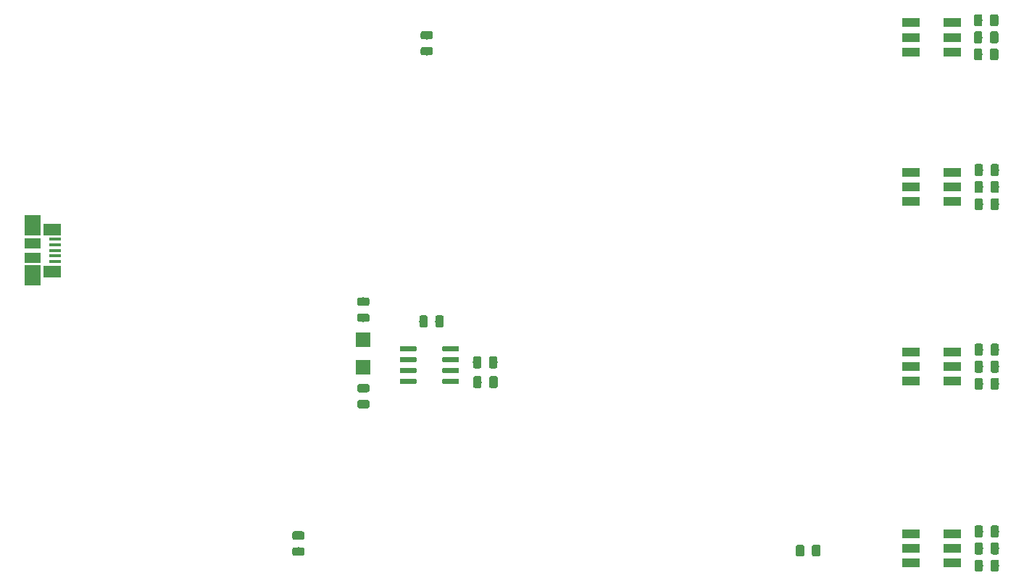
<source format=gbr>
G04 #@! TF.GenerationSoftware,KiCad,Pcbnew,5.1.2-f72e74a~84~ubuntu18.04.1*
G04 #@! TF.CreationDate,2019-08-20T01:18:15+05:30*
G04 #@! TF.ProjectId,ESP32_MESSAGE_DISPLAY,45535033-325f-44d4-9553-534147455f44,1.0*
G04 #@! TF.SameCoordinates,Original*
G04 #@! TF.FileFunction,Paste,Top*
G04 #@! TF.FilePolarity,Positive*
%FSLAX46Y46*%
G04 Gerber Fmt 4.6, Leading zero omitted, Abs format (unit mm)*
G04 Created by KiCad (PCBNEW 5.1.2-f72e74a~84~ubuntu18.04.1) date 2019-08-20 01:18:15*
%MOMM*%
%LPD*%
G04 APERTURE LIST*
%ADD10R,1.800000X1.750000*%
%ADD11C,0.100000*%
%ADD12C,0.600000*%
%ADD13C,0.975000*%
%ADD14R,2.000000X1.100000*%
%ADD15R,1.900000X1.175000*%
%ADD16R,1.900000X2.375000*%
%ADD17R,2.100000X1.475000*%
%ADD18R,1.380000X0.450000*%
G04 APERTURE END LIST*
D10*
X131100000Y-97600000D03*
X131100000Y-94350000D03*
D11*
G36*
X142114703Y-95095722D02*
G01*
X142129264Y-95097882D01*
X142143543Y-95101459D01*
X142157403Y-95106418D01*
X142170710Y-95112712D01*
X142183336Y-95120280D01*
X142195159Y-95129048D01*
X142206066Y-95138934D01*
X142215952Y-95149841D01*
X142224720Y-95161664D01*
X142232288Y-95174290D01*
X142238582Y-95187597D01*
X142243541Y-95201457D01*
X142247118Y-95215736D01*
X142249278Y-95230297D01*
X142250000Y-95245000D01*
X142250000Y-95545000D01*
X142249278Y-95559703D01*
X142247118Y-95574264D01*
X142243541Y-95588543D01*
X142238582Y-95602403D01*
X142232288Y-95615710D01*
X142224720Y-95628336D01*
X142215952Y-95640159D01*
X142206066Y-95651066D01*
X142195159Y-95660952D01*
X142183336Y-95669720D01*
X142170710Y-95677288D01*
X142157403Y-95683582D01*
X142143543Y-95688541D01*
X142129264Y-95692118D01*
X142114703Y-95694278D01*
X142100000Y-95695000D01*
X140450000Y-95695000D01*
X140435297Y-95694278D01*
X140420736Y-95692118D01*
X140406457Y-95688541D01*
X140392597Y-95683582D01*
X140379290Y-95677288D01*
X140366664Y-95669720D01*
X140354841Y-95660952D01*
X140343934Y-95651066D01*
X140334048Y-95640159D01*
X140325280Y-95628336D01*
X140317712Y-95615710D01*
X140311418Y-95602403D01*
X140306459Y-95588543D01*
X140302882Y-95574264D01*
X140300722Y-95559703D01*
X140300000Y-95545000D01*
X140300000Y-95245000D01*
X140300722Y-95230297D01*
X140302882Y-95215736D01*
X140306459Y-95201457D01*
X140311418Y-95187597D01*
X140317712Y-95174290D01*
X140325280Y-95161664D01*
X140334048Y-95149841D01*
X140343934Y-95138934D01*
X140354841Y-95129048D01*
X140366664Y-95120280D01*
X140379290Y-95112712D01*
X140392597Y-95106418D01*
X140406457Y-95101459D01*
X140420736Y-95097882D01*
X140435297Y-95095722D01*
X140450000Y-95095000D01*
X142100000Y-95095000D01*
X142114703Y-95095722D01*
X142114703Y-95095722D01*
G37*
D12*
X141275000Y-95395000D03*
D11*
G36*
X142114703Y-96365722D02*
G01*
X142129264Y-96367882D01*
X142143543Y-96371459D01*
X142157403Y-96376418D01*
X142170710Y-96382712D01*
X142183336Y-96390280D01*
X142195159Y-96399048D01*
X142206066Y-96408934D01*
X142215952Y-96419841D01*
X142224720Y-96431664D01*
X142232288Y-96444290D01*
X142238582Y-96457597D01*
X142243541Y-96471457D01*
X142247118Y-96485736D01*
X142249278Y-96500297D01*
X142250000Y-96515000D01*
X142250000Y-96815000D01*
X142249278Y-96829703D01*
X142247118Y-96844264D01*
X142243541Y-96858543D01*
X142238582Y-96872403D01*
X142232288Y-96885710D01*
X142224720Y-96898336D01*
X142215952Y-96910159D01*
X142206066Y-96921066D01*
X142195159Y-96930952D01*
X142183336Y-96939720D01*
X142170710Y-96947288D01*
X142157403Y-96953582D01*
X142143543Y-96958541D01*
X142129264Y-96962118D01*
X142114703Y-96964278D01*
X142100000Y-96965000D01*
X140450000Y-96965000D01*
X140435297Y-96964278D01*
X140420736Y-96962118D01*
X140406457Y-96958541D01*
X140392597Y-96953582D01*
X140379290Y-96947288D01*
X140366664Y-96939720D01*
X140354841Y-96930952D01*
X140343934Y-96921066D01*
X140334048Y-96910159D01*
X140325280Y-96898336D01*
X140317712Y-96885710D01*
X140311418Y-96872403D01*
X140306459Y-96858543D01*
X140302882Y-96844264D01*
X140300722Y-96829703D01*
X140300000Y-96815000D01*
X140300000Y-96515000D01*
X140300722Y-96500297D01*
X140302882Y-96485736D01*
X140306459Y-96471457D01*
X140311418Y-96457597D01*
X140317712Y-96444290D01*
X140325280Y-96431664D01*
X140334048Y-96419841D01*
X140343934Y-96408934D01*
X140354841Y-96399048D01*
X140366664Y-96390280D01*
X140379290Y-96382712D01*
X140392597Y-96376418D01*
X140406457Y-96371459D01*
X140420736Y-96367882D01*
X140435297Y-96365722D01*
X140450000Y-96365000D01*
X142100000Y-96365000D01*
X142114703Y-96365722D01*
X142114703Y-96365722D01*
G37*
D12*
X141275000Y-96665000D03*
D11*
G36*
X142114703Y-97635722D02*
G01*
X142129264Y-97637882D01*
X142143543Y-97641459D01*
X142157403Y-97646418D01*
X142170710Y-97652712D01*
X142183336Y-97660280D01*
X142195159Y-97669048D01*
X142206066Y-97678934D01*
X142215952Y-97689841D01*
X142224720Y-97701664D01*
X142232288Y-97714290D01*
X142238582Y-97727597D01*
X142243541Y-97741457D01*
X142247118Y-97755736D01*
X142249278Y-97770297D01*
X142250000Y-97785000D01*
X142250000Y-98085000D01*
X142249278Y-98099703D01*
X142247118Y-98114264D01*
X142243541Y-98128543D01*
X142238582Y-98142403D01*
X142232288Y-98155710D01*
X142224720Y-98168336D01*
X142215952Y-98180159D01*
X142206066Y-98191066D01*
X142195159Y-98200952D01*
X142183336Y-98209720D01*
X142170710Y-98217288D01*
X142157403Y-98223582D01*
X142143543Y-98228541D01*
X142129264Y-98232118D01*
X142114703Y-98234278D01*
X142100000Y-98235000D01*
X140450000Y-98235000D01*
X140435297Y-98234278D01*
X140420736Y-98232118D01*
X140406457Y-98228541D01*
X140392597Y-98223582D01*
X140379290Y-98217288D01*
X140366664Y-98209720D01*
X140354841Y-98200952D01*
X140343934Y-98191066D01*
X140334048Y-98180159D01*
X140325280Y-98168336D01*
X140317712Y-98155710D01*
X140311418Y-98142403D01*
X140306459Y-98128543D01*
X140302882Y-98114264D01*
X140300722Y-98099703D01*
X140300000Y-98085000D01*
X140300000Y-97785000D01*
X140300722Y-97770297D01*
X140302882Y-97755736D01*
X140306459Y-97741457D01*
X140311418Y-97727597D01*
X140317712Y-97714290D01*
X140325280Y-97701664D01*
X140334048Y-97689841D01*
X140343934Y-97678934D01*
X140354841Y-97669048D01*
X140366664Y-97660280D01*
X140379290Y-97652712D01*
X140392597Y-97646418D01*
X140406457Y-97641459D01*
X140420736Y-97637882D01*
X140435297Y-97635722D01*
X140450000Y-97635000D01*
X142100000Y-97635000D01*
X142114703Y-97635722D01*
X142114703Y-97635722D01*
G37*
D12*
X141275000Y-97935000D03*
D11*
G36*
X142114703Y-98905722D02*
G01*
X142129264Y-98907882D01*
X142143543Y-98911459D01*
X142157403Y-98916418D01*
X142170710Y-98922712D01*
X142183336Y-98930280D01*
X142195159Y-98939048D01*
X142206066Y-98948934D01*
X142215952Y-98959841D01*
X142224720Y-98971664D01*
X142232288Y-98984290D01*
X142238582Y-98997597D01*
X142243541Y-99011457D01*
X142247118Y-99025736D01*
X142249278Y-99040297D01*
X142250000Y-99055000D01*
X142250000Y-99355000D01*
X142249278Y-99369703D01*
X142247118Y-99384264D01*
X142243541Y-99398543D01*
X142238582Y-99412403D01*
X142232288Y-99425710D01*
X142224720Y-99438336D01*
X142215952Y-99450159D01*
X142206066Y-99461066D01*
X142195159Y-99470952D01*
X142183336Y-99479720D01*
X142170710Y-99487288D01*
X142157403Y-99493582D01*
X142143543Y-99498541D01*
X142129264Y-99502118D01*
X142114703Y-99504278D01*
X142100000Y-99505000D01*
X140450000Y-99505000D01*
X140435297Y-99504278D01*
X140420736Y-99502118D01*
X140406457Y-99498541D01*
X140392597Y-99493582D01*
X140379290Y-99487288D01*
X140366664Y-99479720D01*
X140354841Y-99470952D01*
X140343934Y-99461066D01*
X140334048Y-99450159D01*
X140325280Y-99438336D01*
X140317712Y-99425710D01*
X140311418Y-99412403D01*
X140306459Y-99398543D01*
X140302882Y-99384264D01*
X140300722Y-99369703D01*
X140300000Y-99355000D01*
X140300000Y-99055000D01*
X140300722Y-99040297D01*
X140302882Y-99025736D01*
X140306459Y-99011457D01*
X140311418Y-98997597D01*
X140317712Y-98984290D01*
X140325280Y-98971664D01*
X140334048Y-98959841D01*
X140343934Y-98948934D01*
X140354841Y-98939048D01*
X140366664Y-98930280D01*
X140379290Y-98922712D01*
X140392597Y-98916418D01*
X140406457Y-98911459D01*
X140420736Y-98907882D01*
X140435297Y-98905722D01*
X140450000Y-98905000D01*
X142100000Y-98905000D01*
X142114703Y-98905722D01*
X142114703Y-98905722D01*
G37*
D12*
X141275000Y-99205000D03*
D11*
G36*
X137164703Y-98905722D02*
G01*
X137179264Y-98907882D01*
X137193543Y-98911459D01*
X137207403Y-98916418D01*
X137220710Y-98922712D01*
X137233336Y-98930280D01*
X137245159Y-98939048D01*
X137256066Y-98948934D01*
X137265952Y-98959841D01*
X137274720Y-98971664D01*
X137282288Y-98984290D01*
X137288582Y-98997597D01*
X137293541Y-99011457D01*
X137297118Y-99025736D01*
X137299278Y-99040297D01*
X137300000Y-99055000D01*
X137300000Y-99355000D01*
X137299278Y-99369703D01*
X137297118Y-99384264D01*
X137293541Y-99398543D01*
X137288582Y-99412403D01*
X137282288Y-99425710D01*
X137274720Y-99438336D01*
X137265952Y-99450159D01*
X137256066Y-99461066D01*
X137245159Y-99470952D01*
X137233336Y-99479720D01*
X137220710Y-99487288D01*
X137207403Y-99493582D01*
X137193543Y-99498541D01*
X137179264Y-99502118D01*
X137164703Y-99504278D01*
X137150000Y-99505000D01*
X135500000Y-99505000D01*
X135485297Y-99504278D01*
X135470736Y-99502118D01*
X135456457Y-99498541D01*
X135442597Y-99493582D01*
X135429290Y-99487288D01*
X135416664Y-99479720D01*
X135404841Y-99470952D01*
X135393934Y-99461066D01*
X135384048Y-99450159D01*
X135375280Y-99438336D01*
X135367712Y-99425710D01*
X135361418Y-99412403D01*
X135356459Y-99398543D01*
X135352882Y-99384264D01*
X135350722Y-99369703D01*
X135350000Y-99355000D01*
X135350000Y-99055000D01*
X135350722Y-99040297D01*
X135352882Y-99025736D01*
X135356459Y-99011457D01*
X135361418Y-98997597D01*
X135367712Y-98984290D01*
X135375280Y-98971664D01*
X135384048Y-98959841D01*
X135393934Y-98948934D01*
X135404841Y-98939048D01*
X135416664Y-98930280D01*
X135429290Y-98922712D01*
X135442597Y-98916418D01*
X135456457Y-98911459D01*
X135470736Y-98907882D01*
X135485297Y-98905722D01*
X135500000Y-98905000D01*
X137150000Y-98905000D01*
X137164703Y-98905722D01*
X137164703Y-98905722D01*
G37*
D12*
X136325000Y-99205000D03*
D11*
G36*
X137164703Y-97635722D02*
G01*
X137179264Y-97637882D01*
X137193543Y-97641459D01*
X137207403Y-97646418D01*
X137220710Y-97652712D01*
X137233336Y-97660280D01*
X137245159Y-97669048D01*
X137256066Y-97678934D01*
X137265952Y-97689841D01*
X137274720Y-97701664D01*
X137282288Y-97714290D01*
X137288582Y-97727597D01*
X137293541Y-97741457D01*
X137297118Y-97755736D01*
X137299278Y-97770297D01*
X137300000Y-97785000D01*
X137300000Y-98085000D01*
X137299278Y-98099703D01*
X137297118Y-98114264D01*
X137293541Y-98128543D01*
X137288582Y-98142403D01*
X137282288Y-98155710D01*
X137274720Y-98168336D01*
X137265952Y-98180159D01*
X137256066Y-98191066D01*
X137245159Y-98200952D01*
X137233336Y-98209720D01*
X137220710Y-98217288D01*
X137207403Y-98223582D01*
X137193543Y-98228541D01*
X137179264Y-98232118D01*
X137164703Y-98234278D01*
X137150000Y-98235000D01*
X135500000Y-98235000D01*
X135485297Y-98234278D01*
X135470736Y-98232118D01*
X135456457Y-98228541D01*
X135442597Y-98223582D01*
X135429290Y-98217288D01*
X135416664Y-98209720D01*
X135404841Y-98200952D01*
X135393934Y-98191066D01*
X135384048Y-98180159D01*
X135375280Y-98168336D01*
X135367712Y-98155710D01*
X135361418Y-98142403D01*
X135356459Y-98128543D01*
X135352882Y-98114264D01*
X135350722Y-98099703D01*
X135350000Y-98085000D01*
X135350000Y-97785000D01*
X135350722Y-97770297D01*
X135352882Y-97755736D01*
X135356459Y-97741457D01*
X135361418Y-97727597D01*
X135367712Y-97714290D01*
X135375280Y-97701664D01*
X135384048Y-97689841D01*
X135393934Y-97678934D01*
X135404841Y-97669048D01*
X135416664Y-97660280D01*
X135429290Y-97652712D01*
X135442597Y-97646418D01*
X135456457Y-97641459D01*
X135470736Y-97637882D01*
X135485297Y-97635722D01*
X135500000Y-97635000D01*
X137150000Y-97635000D01*
X137164703Y-97635722D01*
X137164703Y-97635722D01*
G37*
D12*
X136325000Y-97935000D03*
D11*
G36*
X137164703Y-96365722D02*
G01*
X137179264Y-96367882D01*
X137193543Y-96371459D01*
X137207403Y-96376418D01*
X137220710Y-96382712D01*
X137233336Y-96390280D01*
X137245159Y-96399048D01*
X137256066Y-96408934D01*
X137265952Y-96419841D01*
X137274720Y-96431664D01*
X137282288Y-96444290D01*
X137288582Y-96457597D01*
X137293541Y-96471457D01*
X137297118Y-96485736D01*
X137299278Y-96500297D01*
X137300000Y-96515000D01*
X137300000Y-96815000D01*
X137299278Y-96829703D01*
X137297118Y-96844264D01*
X137293541Y-96858543D01*
X137288582Y-96872403D01*
X137282288Y-96885710D01*
X137274720Y-96898336D01*
X137265952Y-96910159D01*
X137256066Y-96921066D01*
X137245159Y-96930952D01*
X137233336Y-96939720D01*
X137220710Y-96947288D01*
X137207403Y-96953582D01*
X137193543Y-96958541D01*
X137179264Y-96962118D01*
X137164703Y-96964278D01*
X137150000Y-96965000D01*
X135500000Y-96965000D01*
X135485297Y-96964278D01*
X135470736Y-96962118D01*
X135456457Y-96958541D01*
X135442597Y-96953582D01*
X135429290Y-96947288D01*
X135416664Y-96939720D01*
X135404841Y-96930952D01*
X135393934Y-96921066D01*
X135384048Y-96910159D01*
X135375280Y-96898336D01*
X135367712Y-96885710D01*
X135361418Y-96872403D01*
X135356459Y-96858543D01*
X135352882Y-96844264D01*
X135350722Y-96829703D01*
X135350000Y-96815000D01*
X135350000Y-96515000D01*
X135350722Y-96500297D01*
X135352882Y-96485736D01*
X135356459Y-96471457D01*
X135361418Y-96457597D01*
X135367712Y-96444290D01*
X135375280Y-96431664D01*
X135384048Y-96419841D01*
X135393934Y-96408934D01*
X135404841Y-96399048D01*
X135416664Y-96390280D01*
X135429290Y-96382712D01*
X135442597Y-96376418D01*
X135456457Y-96371459D01*
X135470736Y-96367882D01*
X135485297Y-96365722D01*
X135500000Y-96365000D01*
X137150000Y-96365000D01*
X137164703Y-96365722D01*
X137164703Y-96365722D01*
G37*
D12*
X136325000Y-96665000D03*
D11*
G36*
X137164703Y-95095722D02*
G01*
X137179264Y-95097882D01*
X137193543Y-95101459D01*
X137207403Y-95106418D01*
X137220710Y-95112712D01*
X137233336Y-95120280D01*
X137245159Y-95129048D01*
X137256066Y-95138934D01*
X137265952Y-95149841D01*
X137274720Y-95161664D01*
X137282288Y-95174290D01*
X137288582Y-95187597D01*
X137293541Y-95201457D01*
X137297118Y-95215736D01*
X137299278Y-95230297D01*
X137300000Y-95245000D01*
X137300000Y-95545000D01*
X137299278Y-95559703D01*
X137297118Y-95574264D01*
X137293541Y-95588543D01*
X137288582Y-95602403D01*
X137282288Y-95615710D01*
X137274720Y-95628336D01*
X137265952Y-95640159D01*
X137256066Y-95651066D01*
X137245159Y-95660952D01*
X137233336Y-95669720D01*
X137220710Y-95677288D01*
X137207403Y-95683582D01*
X137193543Y-95688541D01*
X137179264Y-95692118D01*
X137164703Y-95694278D01*
X137150000Y-95695000D01*
X135500000Y-95695000D01*
X135485297Y-95694278D01*
X135470736Y-95692118D01*
X135456457Y-95688541D01*
X135442597Y-95683582D01*
X135429290Y-95677288D01*
X135416664Y-95669720D01*
X135404841Y-95660952D01*
X135393934Y-95651066D01*
X135384048Y-95640159D01*
X135375280Y-95628336D01*
X135367712Y-95615710D01*
X135361418Y-95602403D01*
X135356459Y-95588543D01*
X135352882Y-95574264D01*
X135350722Y-95559703D01*
X135350000Y-95545000D01*
X135350000Y-95245000D01*
X135350722Y-95230297D01*
X135352882Y-95215736D01*
X135356459Y-95201457D01*
X135361418Y-95187597D01*
X135367712Y-95174290D01*
X135375280Y-95161664D01*
X135384048Y-95149841D01*
X135393934Y-95138934D01*
X135404841Y-95129048D01*
X135416664Y-95120280D01*
X135429290Y-95112712D01*
X135442597Y-95106418D01*
X135456457Y-95101459D01*
X135470736Y-95097882D01*
X135485297Y-95095722D01*
X135500000Y-95095000D01*
X137150000Y-95095000D01*
X137164703Y-95095722D01*
X137164703Y-95095722D01*
G37*
D12*
X136325000Y-95395000D03*
D11*
G36*
X144667642Y-96301174D02*
G01*
X144691303Y-96304684D01*
X144714507Y-96310496D01*
X144737029Y-96318554D01*
X144758653Y-96328782D01*
X144779170Y-96341079D01*
X144798383Y-96355329D01*
X144816107Y-96371393D01*
X144832171Y-96389117D01*
X144846421Y-96408330D01*
X144858718Y-96428847D01*
X144868946Y-96450471D01*
X144877004Y-96472993D01*
X144882816Y-96496197D01*
X144886326Y-96519858D01*
X144887500Y-96543750D01*
X144887500Y-97456250D01*
X144886326Y-97480142D01*
X144882816Y-97503803D01*
X144877004Y-97527007D01*
X144868946Y-97549529D01*
X144858718Y-97571153D01*
X144846421Y-97591670D01*
X144832171Y-97610883D01*
X144816107Y-97628607D01*
X144798383Y-97644671D01*
X144779170Y-97658921D01*
X144758653Y-97671218D01*
X144737029Y-97681446D01*
X144714507Y-97689504D01*
X144691303Y-97695316D01*
X144667642Y-97698826D01*
X144643750Y-97700000D01*
X144156250Y-97700000D01*
X144132358Y-97698826D01*
X144108697Y-97695316D01*
X144085493Y-97689504D01*
X144062971Y-97681446D01*
X144041347Y-97671218D01*
X144020830Y-97658921D01*
X144001617Y-97644671D01*
X143983893Y-97628607D01*
X143967829Y-97610883D01*
X143953579Y-97591670D01*
X143941282Y-97571153D01*
X143931054Y-97549529D01*
X143922996Y-97527007D01*
X143917184Y-97503803D01*
X143913674Y-97480142D01*
X143912500Y-97456250D01*
X143912500Y-96543750D01*
X143913674Y-96519858D01*
X143917184Y-96496197D01*
X143922996Y-96472993D01*
X143931054Y-96450471D01*
X143941282Y-96428847D01*
X143953579Y-96408330D01*
X143967829Y-96389117D01*
X143983893Y-96371393D01*
X144001617Y-96355329D01*
X144020830Y-96341079D01*
X144041347Y-96328782D01*
X144062971Y-96318554D01*
X144085493Y-96310496D01*
X144108697Y-96304684D01*
X144132358Y-96301174D01*
X144156250Y-96300000D01*
X144643750Y-96300000D01*
X144667642Y-96301174D01*
X144667642Y-96301174D01*
G37*
D13*
X144400000Y-97000000D03*
D11*
G36*
X146542642Y-96301174D02*
G01*
X146566303Y-96304684D01*
X146589507Y-96310496D01*
X146612029Y-96318554D01*
X146633653Y-96328782D01*
X146654170Y-96341079D01*
X146673383Y-96355329D01*
X146691107Y-96371393D01*
X146707171Y-96389117D01*
X146721421Y-96408330D01*
X146733718Y-96428847D01*
X146743946Y-96450471D01*
X146752004Y-96472993D01*
X146757816Y-96496197D01*
X146761326Y-96519858D01*
X146762500Y-96543750D01*
X146762500Y-97456250D01*
X146761326Y-97480142D01*
X146757816Y-97503803D01*
X146752004Y-97527007D01*
X146743946Y-97549529D01*
X146733718Y-97571153D01*
X146721421Y-97591670D01*
X146707171Y-97610883D01*
X146691107Y-97628607D01*
X146673383Y-97644671D01*
X146654170Y-97658921D01*
X146633653Y-97671218D01*
X146612029Y-97681446D01*
X146589507Y-97689504D01*
X146566303Y-97695316D01*
X146542642Y-97698826D01*
X146518750Y-97700000D01*
X146031250Y-97700000D01*
X146007358Y-97698826D01*
X145983697Y-97695316D01*
X145960493Y-97689504D01*
X145937971Y-97681446D01*
X145916347Y-97671218D01*
X145895830Y-97658921D01*
X145876617Y-97644671D01*
X145858893Y-97628607D01*
X145842829Y-97610883D01*
X145828579Y-97591670D01*
X145816282Y-97571153D01*
X145806054Y-97549529D01*
X145797996Y-97527007D01*
X145792184Y-97503803D01*
X145788674Y-97480142D01*
X145787500Y-97456250D01*
X145787500Y-96543750D01*
X145788674Y-96519858D01*
X145792184Y-96496197D01*
X145797996Y-96472993D01*
X145806054Y-96450471D01*
X145816282Y-96428847D01*
X145828579Y-96408330D01*
X145842829Y-96389117D01*
X145858893Y-96371393D01*
X145876617Y-96355329D01*
X145895830Y-96341079D01*
X145916347Y-96328782D01*
X145937971Y-96318554D01*
X145960493Y-96310496D01*
X145983697Y-96304684D01*
X146007358Y-96301174D01*
X146031250Y-96300000D01*
X146518750Y-96300000D01*
X146542642Y-96301174D01*
X146542642Y-96301174D01*
G37*
D13*
X146275000Y-97000000D03*
D11*
G36*
X144692642Y-98601174D02*
G01*
X144716303Y-98604684D01*
X144739507Y-98610496D01*
X144762029Y-98618554D01*
X144783653Y-98628782D01*
X144804170Y-98641079D01*
X144823383Y-98655329D01*
X144841107Y-98671393D01*
X144857171Y-98689117D01*
X144871421Y-98708330D01*
X144883718Y-98728847D01*
X144893946Y-98750471D01*
X144902004Y-98772993D01*
X144907816Y-98796197D01*
X144911326Y-98819858D01*
X144912500Y-98843750D01*
X144912500Y-99756250D01*
X144911326Y-99780142D01*
X144907816Y-99803803D01*
X144902004Y-99827007D01*
X144893946Y-99849529D01*
X144883718Y-99871153D01*
X144871421Y-99891670D01*
X144857171Y-99910883D01*
X144841107Y-99928607D01*
X144823383Y-99944671D01*
X144804170Y-99958921D01*
X144783653Y-99971218D01*
X144762029Y-99981446D01*
X144739507Y-99989504D01*
X144716303Y-99995316D01*
X144692642Y-99998826D01*
X144668750Y-100000000D01*
X144181250Y-100000000D01*
X144157358Y-99998826D01*
X144133697Y-99995316D01*
X144110493Y-99989504D01*
X144087971Y-99981446D01*
X144066347Y-99971218D01*
X144045830Y-99958921D01*
X144026617Y-99944671D01*
X144008893Y-99928607D01*
X143992829Y-99910883D01*
X143978579Y-99891670D01*
X143966282Y-99871153D01*
X143956054Y-99849529D01*
X143947996Y-99827007D01*
X143942184Y-99803803D01*
X143938674Y-99780142D01*
X143937500Y-99756250D01*
X143937500Y-98843750D01*
X143938674Y-98819858D01*
X143942184Y-98796197D01*
X143947996Y-98772993D01*
X143956054Y-98750471D01*
X143966282Y-98728847D01*
X143978579Y-98708330D01*
X143992829Y-98689117D01*
X144008893Y-98671393D01*
X144026617Y-98655329D01*
X144045830Y-98641079D01*
X144066347Y-98628782D01*
X144087971Y-98618554D01*
X144110493Y-98610496D01*
X144133697Y-98604684D01*
X144157358Y-98601174D01*
X144181250Y-98600000D01*
X144668750Y-98600000D01*
X144692642Y-98601174D01*
X144692642Y-98601174D01*
G37*
D13*
X144425000Y-99300000D03*
D11*
G36*
X146567642Y-98601174D02*
G01*
X146591303Y-98604684D01*
X146614507Y-98610496D01*
X146637029Y-98618554D01*
X146658653Y-98628782D01*
X146679170Y-98641079D01*
X146698383Y-98655329D01*
X146716107Y-98671393D01*
X146732171Y-98689117D01*
X146746421Y-98708330D01*
X146758718Y-98728847D01*
X146768946Y-98750471D01*
X146777004Y-98772993D01*
X146782816Y-98796197D01*
X146786326Y-98819858D01*
X146787500Y-98843750D01*
X146787500Y-99756250D01*
X146786326Y-99780142D01*
X146782816Y-99803803D01*
X146777004Y-99827007D01*
X146768946Y-99849529D01*
X146758718Y-99871153D01*
X146746421Y-99891670D01*
X146732171Y-99910883D01*
X146716107Y-99928607D01*
X146698383Y-99944671D01*
X146679170Y-99958921D01*
X146658653Y-99971218D01*
X146637029Y-99981446D01*
X146614507Y-99989504D01*
X146591303Y-99995316D01*
X146567642Y-99998826D01*
X146543750Y-100000000D01*
X146056250Y-100000000D01*
X146032358Y-99998826D01*
X146008697Y-99995316D01*
X145985493Y-99989504D01*
X145962971Y-99981446D01*
X145941347Y-99971218D01*
X145920830Y-99958921D01*
X145901617Y-99944671D01*
X145883893Y-99928607D01*
X145867829Y-99910883D01*
X145853579Y-99891670D01*
X145841282Y-99871153D01*
X145831054Y-99849529D01*
X145822996Y-99827007D01*
X145817184Y-99803803D01*
X145813674Y-99780142D01*
X145812500Y-99756250D01*
X145812500Y-98843750D01*
X145813674Y-98819858D01*
X145817184Y-98796197D01*
X145822996Y-98772993D01*
X145831054Y-98750471D01*
X145841282Y-98728847D01*
X145853579Y-98708330D01*
X145867829Y-98689117D01*
X145883893Y-98671393D01*
X145901617Y-98655329D01*
X145920830Y-98641079D01*
X145941347Y-98628782D01*
X145962971Y-98618554D01*
X145985493Y-98610496D01*
X146008697Y-98604684D01*
X146032358Y-98601174D01*
X146056250Y-98600000D01*
X146543750Y-98600000D01*
X146567642Y-98601174D01*
X146567642Y-98601174D01*
G37*
D13*
X146300000Y-99300000D03*
D11*
G36*
X140267642Y-91501174D02*
G01*
X140291303Y-91504684D01*
X140314507Y-91510496D01*
X140337029Y-91518554D01*
X140358653Y-91528782D01*
X140379170Y-91541079D01*
X140398383Y-91555329D01*
X140416107Y-91571393D01*
X140432171Y-91589117D01*
X140446421Y-91608330D01*
X140458718Y-91628847D01*
X140468946Y-91650471D01*
X140477004Y-91672993D01*
X140482816Y-91696197D01*
X140486326Y-91719858D01*
X140487500Y-91743750D01*
X140487500Y-92656250D01*
X140486326Y-92680142D01*
X140482816Y-92703803D01*
X140477004Y-92727007D01*
X140468946Y-92749529D01*
X140458718Y-92771153D01*
X140446421Y-92791670D01*
X140432171Y-92810883D01*
X140416107Y-92828607D01*
X140398383Y-92844671D01*
X140379170Y-92858921D01*
X140358653Y-92871218D01*
X140337029Y-92881446D01*
X140314507Y-92889504D01*
X140291303Y-92895316D01*
X140267642Y-92898826D01*
X140243750Y-92900000D01*
X139756250Y-92900000D01*
X139732358Y-92898826D01*
X139708697Y-92895316D01*
X139685493Y-92889504D01*
X139662971Y-92881446D01*
X139641347Y-92871218D01*
X139620830Y-92858921D01*
X139601617Y-92844671D01*
X139583893Y-92828607D01*
X139567829Y-92810883D01*
X139553579Y-92791670D01*
X139541282Y-92771153D01*
X139531054Y-92749529D01*
X139522996Y-92727007D01*
X139517184Y-92703803D01*
X139513674Y-92680142D01*
X139512500Y-92656250D01*
X139512500Y-91743750D01*
X139513674Y-91719858D01*
X139517184Y-91696197D01*
X139522996Y-91672993D01*
X139531054Y-91650471D01*
X139541282Y-91628847D01*
X139553579Y-91608330D01*
X139567829Y-91589117D01*
X139583893Y-91571393D01*
X139601617Y-91555329D01*
X139620830Y-91541079D01*
X139641347Y-91528782D01*
X139662971Y-91518554D01*
X139685493Y-91510496D01*
X139708697Y-91504684D01*
X139732358Y-91501174D01*
X139756250Y-91500000D01*
X140243750Y-91500000D01*
X140267642Y-91501174D01*
X140267642Y-91501174D01*
G37*
D13*
X140000000Y-92200000D03*
D11*
G36*
X138392642Y-91501174D02*
G01*
X138416303Y-91504684D01*
X138439507Y-91510496D01*
X138462029Y-91518554D01*
X138483653Y-91528782D01*
X138504170Y-91541079D01*
X138523383Y-91555329D01*
X138541107Y-91571393D01*
X138557171Y-91589117D01*
X138571421Y-91608330D01*
X138583718Y-91628847D01*
X138593946Y-91650471D01*
X138602004Y-91672993D01*
X138607816Y-91696197D01*
X138611326Y-91719858D01*
X138612500Y-91743750D01*
X138612500Y-92656250D01*
X138611326Y-92680142D01*
X138607816Y-92703803D01*
X138602004Y-92727007D01*
X138593946Y-92749529D01*
X138583718Y-92771153D01*
X138571421Y-92791670D01*
X138557171Y-92810883D01*
X138541107Y-92828607D01*
X138523383Y-92844671D01*
X138504170Y-92858921D01*
X138483653Y-92871218D01*
X138462029Y-92881446D01*
X138439507Y-92889504D01*
X138416303Y-92895316D01*
X138392642Y-92898826D01*
X138368750Y-92900000D01*
X137881250Y-92900000D01*
X137857358Y-92898826D01*
X137833697Y-92895316D01*
X137810493Y-92889504D01*
X137787971Y-92881446D01*
X137766347Y-92871218D01*
X137745830Y-92858921D01*
X137726617Y-92844671D01*
X137708893Y-92828607D01*
X137692829Y-92810883D01*
X137678579Y-92791670D01*
X137666282Y-92771153D01*
X137656054Y-92749529D01*
X137647996Y-92727007D01*
X137642184Y-92703803D01*
X137638674Y-92680142D01*
X137637500Y-92656250D01*
X137637500Y-91743750D01*
X137638674Y-91719858D01*
X137642184Y-91696197D01*
X137647996Y-91672993D01*
X137656054Y-91650471D01*
X137666282Y-91628847D01*
X137678579Y-91608330D01*
X137692829Y-91589117D01*
X137708893Y-91571393D01*
X137726617Y-91555329D01*
X137745830Y-91541079D01*
X137766347Y-91528782D01*
X137787971Y-91518554D01*
X137810493Y-91510496D01*
X137833697Y-91504684D01*
X137857358Y-91501174D01*
X137881250Y-91500000D01*
X138368750Y-91500000D01*
X138392642Y-91501174D01*
X138392642Y-91501174D01*
G37*
D13*
X138125000Y-92200000D03*
D11*
G36*
X131580142Y-101388674D02*
G01*
X131603803Y-101392184D01*
X131627007Y-101397996D01*
X131649529Y-101406054D01*
X131671153Y-101416282D01*
X131691670Y-101428579D01*
X131710883Y-101442829D01*
X131728607Y-101458893D01*
X131744671Y-101476617D01*
X131758921Y-101495830D01*
X131771218Y-101516347D01*
X131781446Y-101537971D01*
X131789504Y-101560493D01*
X131795316Y-101583697D01*
X131798826Y-101607358D01*
X131800000Y-101631250D01*
X131800000Y-102118750D01*
X131798826Y-102142642D01*
X131795316Y-102166303D01*
X131789504Y-102189507D01*
X131781446Y-102212029D01*
X131771218Y-102233653D01*
X131758921Y-102254170D01*
X131744671Y-102273383D01*
X131728607Y-102291107D01*
X131710883Y-102307171D01*
X131691670Y-102321421D01*
X131671153Y-102333718D01*
X131649529Y-102343946D01*
X131627007Y-102352004D01*
X131603803Y-102357816D01*
X131580142Y-102361326D01*
X131556250Y-102362500D01*
X130643750Y-102362500D01*
X130619858Y-102361326D01*
X130596197Y-102357816D01*
X130572993Y-102352004D01*
X130550471Y-102343946D01*
X130528847Y-102333718D01*
X130508330Y-102321421D01*
X130489117Y-102307171D01*
X130471393Y-102291107D01*
X130455329Y-102273383D01*
X130441079Y-102254170D01*
X130428782Y-102233653D01*
X130418554Y-102212029D01*
X130410496Y-102189507D01*
X130404684Y-102166303D01*
X130401174Y-102142642D01*
X130400000Y-102118750D01*
X130400000Y-101631250D01*
X130401174Y-101607358D01*
X130404684Y-101583697D01*
X130410496Y-101560493D01*
X130418554Y-101537971D01*
X130428782Y-101516347D01*
X130441079Y-101495830D01*
X130455329Y-101476617D01*
X130471393Y-101458893D01*
X130489117Y-101442829D01*
X130508330Y-101428579D01*
X130528847Y-101416282D01*
X130550471Y-101406054D01*
X130572993Y-101397996D01*
X130596197Y-101392184D01*
X130619858Y-101388674D01*
X130643750Y-101387500D01*
X131556250Y-101387500D01*
X131580142Y-101388674D01*
X131580142Y-101388674D01*
G37*
D13*
X131100000Y-101875000D03*
D11*
G36*
X131580142Y-99513674D02*
G01*
X131603803Y-99517184D01*
X131627007Y-99522996D01*
X131649529Y-99531054D01*
X131671153Y-99541282D01*
X131691670Y-99553579D01*
X131710883Y-99567829D01*
X131728607Y-99583893D01*
X131744671Y-99601617D01*
X131758921Y-99620830D01*
X131771218Y-99641347D01*
X131781446Y-99662971D01*
X131789504Y-99685493D01*
X131795316Y-99708697D01*
X131798826Y-99732358D01*
X131800000Y-99756250D01*
X131800000Y-100243750D01*
X131798826Y-100267642D01*
X131795316Y-100291303D01*
X131789504Y-100314507D01*
X131781446Y-100337029D01*
X131771218Y-100358653D01*
X131758921Y-100379170D01*
X131744671Y-100398383D01*
X131728607Y-100416107D01*
X131710883Y-100432171D01*
X131691670Y-100446421D01*
X131671153Y-100458718D01*
X131649529Y-100468946D01*
X131627007Y-100477004D01*
X131603803Y-100482816D01*
X131580142Y-100486326D01*
X131556250Y-100487500D01*
X130643750Y-100487500D01*
X130619858Y-100486326D01*
X130596197Y-100482816D01*
X130572993Y-100477004D01*
X130550471Y-100468946D01*
X130528847Y-100458718D01*
X130508330Y-100446421D01*
X130489117Y-100432171D01*
X130471393Y-100416107D01*
X130455329Y-100398383D01*
X130441079Y-100379170D01*
X130428782Y-100358653D01*
X130418554Y-100337029D01*
X130410496Y-100314507D01*
X130404684Y-100291303D01*
X130401174Y-100267642D01*
X130400000Y-100243750D01*
X130400000Y-99756250D01*
X130401174Y-99732358D01*
X130404684Y-99708697D01*
X130410496Y-99685493D01*
X130418554Y-99662971D01*
X130428782Y-99641347D01*
X130441079Y-99620830D01*
X130455329Y-99601617D01*
X130471393Y-99583893D01*
X130489117Y-99567829D01*
X130508330Y-99553579D01*
X130528847Y-99541282D01*
X130550471Y-99531054D01*
X130572993Y-99522996D01*
X130596197Y-99517184D01*
X130619858Y-99513674D01*
X130643750Y-99512500D01*
X131556250Y-99512500D01*
X131580142Y-99513674D01*
X131580142Y-99513674D01*
G37*
D13*
X131100000Y-100000000D03*
D11*
G36*
X131580142Y-89413674D02*
G01*
X131603803Y-89417184D01*
X131627007Y-89422996D01*
X131649529Y-89431054D01*
X131671153Y-89441282D01*
X131691670Y-89453579D01*
X131710883Y-89467829D01*
X131728607Y-89483893D01*
X131744671Y-89501617D01*
X131758921Y-89520830D01*
X131771218Y-89541347D01*
X131781446Y-89562971D01*
X131789504Y-89585493D01*
X131795316Y-89608697D01*
X131798826Y-89632358D01*
X131800000Y-89656250D01*
X131800000Y-90143750D01*
X131798826Y-90167642D01*
X131795316Y-90191303D01*
X131789504Y-90214507D01*
X131781446Y-90237029D01*
X131771218Y-90258653D01*
X131758921Y-90279170D01*
X131744671Y-90298383D01*
X131728607Y-90316107D01*
X131710883Y-90332171D01*
X131691670Y-90346421D01*
X131671153Y-90358718D01*
X131649529Y-90368946D01*
X131627007Y-90377004D01*
X131603803Y-90382816D01*
X131580142Y-90386326D01*
X131556250Y-90387500D01*
X130643750Y-90387500D01*
X130619858Y-90386326D01*
X130596197Y-90382816D01*
X130572993Y-90377004D01*
X130550471Y-90368946D01*
X130528847Y-90358718D01*
X130508330Y-90346421D01*
X130489117Y-90332171D01*
X130471393Y-90316107D01*
X130455329Y-90298383D01*
X130441079Y-90279170D01*
X130428782Y-90258653D01*
X130418554Y-90237029D01*
X130410496Y-90214507D01*
X130404684Y-90191303D01*
X130401174Y-90167642D01*
X130400000Y-90143750D01*
X130400000Y-89656250D01*
X130401174Y-89632358D01*
X130404684Y-89608697D01*
X130410496Y-89585493D01*
X130418554Y-89562971D01*
X130428782Y-89541347D01*
X130441079Y-89520830D01*
X130455329Y-89501617D01*
X130471393Y-89483893D01*
X130489117Y-89467829D01*
X130508330Y-89453579D01*
X130528847Y-89441282D01*
X130550471Y-89431054D01*
X130572993Y-89422996D01*
X130596197Y-89417184D01*
X130619858Y-89413674D01*
X130643750Y-89412500D01*
X131556250Y-89412500D01*
X131580142Y-89413674D01*
X131580142Y-89413674D01*
G37*
D13*
X131100000Y-89900000D03*
D11*
G36*
X131580142Y-91288674D02*
G01*
X131603803Y-91292184D01*
X131627007Y-91297996D01*
X131649529Y-91306054D01*
X131671153Y-91316282D01*
X131691670Y-91328579D01*
X131710883Y-91342829D01*
X131728607Y-91358893D01*
X131744671Y-91376617D01*
X131758921Y-91395830D01*
X131771218Y-91416347D01*
X131781446Y-91437971D01*
X131789504Y-91460493D01*
X131795316Y-91483697D01*
X131798826Y-91507358D01*
X131800000Y-91531250D01*
X131800000Y-92018750D01*
X131798826Y-92042642D01*
X131795316Y-92066303D01*
X131789504Y-92089507D01*
X131781446Y-92112029D01*
X131771218Y-92133653D01*
X131758921Y-92154170D01*
X131744671Y-92173383D01*
X131728607Y-92191107D01*
X131710883Y-92207171D01*
X131691670Y-92221421D01*
X131671153Y-92233718D01*
X131649529Y-92243946D01*
X131627007Y-92252004D01*
X131603803Y-92257816D01*
X131580142Y-92261326D01*
X131556250Y-92262500D01*
X130643750Y-92262500D01*
X130619858Y-92261326D01*
X130596197Y-92257816D01*
X130572993Y-92252004D01*
X130550471Y-92243946D01*
X130528847Y-92233718D01*
X130508330Y-92221421D01*
X130489117Y-92207171D01*
X130471393Y-92191107D01*
X130455329Y-92173383D01*
X130441079Y-92154170D01*
X130428782Y-92133653D01*
X130418554Y-92112029D01*
X130410496Y-92089507D01*
X130404684Y-92066303D01*
X130401174Y-92042642D01*
X130400000Y-92018750D01*
X130400000Y-91531250D01*
X130401174Y-91507358D01*
X130404684Y-91483697D01*
X130410496Y-91460493D01*
X130418554Y-91437971D01*
X130428782Y-91416347D01*
X130441079Y-91395830D01*
X130455329Y-91376617D01*
X130471393Y-91358893D01*
X130489117Y-91342829D01*
X130508330Y-91328579D01*
X130528847Y-91316282D01*
X130550471Y-91306054D01*
X130572993Y-91297996D01*
X130596197Y-91292184D01*
X130619858Y-91288674D01*
X130643750Y-91287500D01*
X131556250Y-91287500D01*
X131580142Y-91288674D01*
X131580142Y-91288674D01*
G37*
D13*
X131100000Y-91775000D03*
D11*
G36*
X205142642Y-120051174D02*
G01*
X205166303Y-120054684D01*
X205189507Y-120060496D01*
X205212029Y-120068554D01*
X205233653Y-120078782D01*
X205254170Y-120091079D01*
X205273383Y-120105329D01*
X205291107Y-120121393D01*
X205307171Y-120139117D01*
X205321421Y-120158330D01*
X205333718Y-120178847D01*
X205343946Y-120200471D01*
X205352004Y-120222993D01*
X205357816Y-120246197D01*
X205361326Y-120269858D01*
X205362500Y-120293750D01*
X205362500Y-121206250D01*
X205361326Y-121230142D01*
X205357816Y-121253803D01*
X205352004Y-121277007D01*
X205343946Y-121299529D01*
X205333718Y-121321153D01*
X205321421Y-121341670D01*
X205307171Y-121360883D01*
X205291107Y-121378607D01*
X205273383Y-121394671D01*
X205254170Y-121408921D01*
X205233653Y-121421218D01*
X205212029Y-121431446D01*
X205189507Y-121439504D01*
X205166303Y-121445316D01*
X205142642Y-121448826D01*
X205118750Y-121450000D01*
X204631250Y-121450000D01*
X204607358Y-121448826D01*
X204583697Y-121445316D01*
X204560493Y-121439504D01*
X204537971Y-121431446D01*
X204516347Y-121421218D01*
X204495830Y-121408921D01*
X204476617Y-121394671D01*
X204458893Y-121378607D01*
X204442829Y-121360883D01*
X204428579Y-121341670D01*
X204416282Y-121321153D01*
X204406054Y-121299529D01*
X204397996Y-121277007D01*
X204392184Y-121253803D01*
X204388674Y-121230142D01*
X204387500Y-121206250D01*
X204387500Y-120293750D01*
X204388674Y-120269858D01*
X204392184Y-120246197D01*
X204397996Y-120222993D01*
X204406054Y-120200471D01*
X204416282Y-120178847D01*
X204428579Y-120158330D01*
X204442829Y-120139117D01*
X204458893Y-120121393D01*
X204476617Y-120105329D01*
X204495830Y-120091079D01*
X204516347Y-120078782D01*
X204537971Y-120068554D01*
X204560493Y-120060496D01*
X204583697Y-120054684D01*
X204607358Y-120051174D01*
X204631250Y-120050000D01*
X205118750Y-120050000D01*
X205142642Y-120051174D01*
X205142642Y-120051174D01*
G37*
D13*
X204875000Y-120750000D03*
D11*
G36*
X203267642Y-120051174D02*
G01*
X203291303Y-120054684D01*
X203314507Y-120060496D01*
X203337029Y-120068554D01*
X203358653Y-120078782D01*
X203379170Y-120091079D01*
X203398383Y-120105329D01*
X203416107Y-120121393D01*
X203432171Y-120139117D01*
X203446421Y-120158330D01*
X203458718Y-120178847D01*
X203468946Y-120200471D01*
X203477004Y-120222993D01*
X203482816Y-120246197D01*
X203486326Y-120269858D01*
X203487500Y-120293750D01*
X203487500Y-121206250D01*
X203486326Y-121230142D01*
X203482816Y-121253803D01*
X203477004Y-121277007D01*
X203468946Y-121299529D01*
X203458718Y-121321153D01*
X203446421Y-121341670D01*
X203432171Y-121360883D01*
X203416107Y-121378607D01*
X203398383Y-121394671D01*
X203379170Y-121408921D01*
X203358653Y-121421218D01*
X203337029Y-121431446D01*
X203314507Y-121439504D01*
X203291303Y-121445316D01*
X203267642Y-121448826D01*
X203243750Y-121450000D01*
X202756250Y-121450000D01*
X202732358Y-121448826D01*
X202708697Y-121445316D01*
X202685493Y-121439504D01*
X202662971Y-121431446D01*
X202641347Y-121421218D01*
X202620830Y-121408921D01*
X202601617Y-121394671D01*
X202583893Y-121378607D01*
X202567829Y-121360883D01*
X202553579Y-121341670D01*
X202541282Y-121321153D01*
X202531054Y-121299529D01*
X202522996Y-121277007D01*
X202517184Y-121253803D01*
X202513674Y-121230142D01*
X202512500Y-121206250D01*
X202512500Y-120293750D01*
X202513674Y-120269858D01*
X202517184Y-120246197D01*
X202522996Y-120222993D01*
X202531054Y-120200471D01*
X202541282Y-120178847D01*
X202553579Y-120158330D01*
X202567829Y-120139117D01*
X202583893Y-120121393D01*
X202601617Y-120105329D01*
X202620830Y-120091079D01*
X202641347Y-120078782D01*
X202662971Y-120068554D01*
X202685493Y-120060496D01*
X202708697Y-120054684D01*
X202732358Y-120051174D01*
X202756250Y-120050000D01*
X203243750Y-120050000D01*
X203267642Y-120051174D01*
X203267642Y-120051174D01*
G37*
D13*
X203000000Y-120750000D03*
D11*
G36*
X205142642Y-116051174D02*
G01*
X205166303Y-116054684D01*
X205189507Y-116060496D01*
X205212029Y-116068554D01*
X205233653Y-116078782D01*
X205254170Y-116091079D01*
X205273383Y-116105329D01*
X205291107Y-116121393D01*
X205307171Y-116139117D01*
X205321421Y-116158330D01*
X205333718Y-116178847D01*
X205343946Y-116200471D01*
X205352004Y-116222993D01*
X205357816Y-116246197D01*
X205361326Y-116269858D01*
X205362500Y-116293750D01*
X205362500Y-117206250D01*
X205361326Y-117230142D01*
X205357816Y-117253803D01*
X205352004Y-117277007D01*
X205343946Y-117299529D01*
X205333718Y-117321153D01*
X205321421Y-117341670D01*
X205307171Y-117360883D01*
X205291107Y-117378607D01*
X205273383Y-117394671D01*
X205254170Y-117408921D01*
X205233653Y-117421218D01*
X205212029Y-117431446D01*
X205189507Y-117439504D01*
X205166303Y-117445316D01*
X205142642Y-117448826D01*
X205118750Y-117450000D01*
X204631250Y-117450000D01*
X204607358Y-117448826D01*
X204583697Y-117445316D01*
X204560493Y-117439504D01*
X204537971Y-117431446D01*
X204516347Y-117421218D01*
X204495830Y-117408921D01*
X204476617Y-117394671D01*
X204458893Y-117378607D01*
X204442829Y-117360883D01*
X204428579Y-117341670D01*
X204416282Y-117321153D01*
X204406054Y-117299529D01*
X204397996Y-117277007D01*
X204392184Y-117253803D01*
X204388674Y-117230142D01*
X204387500Y-117206250D01*
X204387500Y-116293750D01*
X204388674Y-116269858D01*
X204392184Y-116246197D01*
X204397996Y-116222993D01*
X204406054Y-116200471D01*
X204416282Y-116178847D01*
X204428579Y-116158330D01*
X204442829Y-116139117D01*
X204458893Y-116121393D01*
X204476617Y-116105329D01*
X204495830Y-116091079D01*
X204516347Y-116078782D01*
X204537971Y-116068554D01*
X204560493Y-116060496D01*
X204583697Y-116054684D01*
X204607358Y-116051174D01*
X204631250Y-116050000D01*
X205118750Y-116050000D01*
X205142642Y-116051174D01*
X205142642Y-116051174D01*
G37*
D13*
X204875000Y-116750000D03*
D11*
G36*
X203267642Y-116051174D02*
G01*
X203291303Y-116054684D01*
X203314507Y-116060496D01*
X203337029Y-116068554D01*
X203358653Y-116078782D01*
X203379170Y-116091079D01*
X203398383Y-116105329D01*
X203416107Y-116121393D01*
X203432171Y-116139117D01*
X203446421Y-116158330D01*
X203458718Y-116178847D01*
X203468946Y-116200471D01*
X203477004Y-116222993D01*
X203482816Y-116246197D01*
X203486326Y-116269858D01*
X203487500Y-116293750D01*
X203487500Y-117206250D01*
X203486326Y-117230142D01*
X203482816Y-117253803D01*
X203477004Y-117277007D01*
X203468946Y-117299529D01*
X203458718Y-117321153D01*
X203446421Y-117341670D01*
X203432171Y-117360883D01*
X203416107Y-117378607D01*
X203398383Y-117394671D01*
X203379170Y-117408921D01*
X203358653Y-117421218D01*
X203337029Y-117431446D01*
X203314507Y-117439504D01*
X203291303Y-117445316D01*
X203267642Y-117448826D01*
X203243750Y-117450000D01*
X202756250Y-117450000D01*
X202732358Y-117448826D01*
X202708697Y-117445316D01*
X202685493Y-117439504D01*
X202662971Y-117431446D01*
X202641347Y-117421218D01*
X202620830Y-117408921D01*
X202601617Y-117394671D01*
X202583893Y-117378607D01*
X202567829Y-117360883D01*
X202553579Y-117341670D01*
X202541282Y-117321153D01*
X202531054Y-117299529D01*
X202522996Y-117277007D01*
X202517184Y-117253803D01*
X202513674Y-117230142D01*
X202512500Y-117206250D01*
X202512500Y-116293750D01*
X202513674Y-116269858D01*
X202517184Y-116246197D01*
X202522996Y-116222993D01*
X202531054Y-116200471D01*
X202541282Y-116178847D01*
X202553579Y-116158330D01*
X202567829Y-116139117D01*
X202583893Y-116121393D01*
X202601617Y-116105329D01*
X202620830Y-116091079D01*
X202641347Y-116078782D01*
X202662971Y-116068554D01*
X202685493Y-116060496D01*
X202708697Y-116054684D01*
X202732358Y-116051174D01*
X202756250Y-116050000D01*
X203243750Y-116050000D01*
X203267642Y-116051174D01*
X203267642Y-116051174D01*
G37*
D13*
X203000000Y-116750000D03*
D11*
G36*
X205142642Y-118051174D02*
G01*
X205166303Y-118054684D01*
X205189507Y-118060496D01*
X205212029Y-118068554D01*
X205233653Y-118078782D01*
X205254170Y-118091079D01*
X205273383Y-118105329D01*
X205291107Y-118121393D01*
X205307171Y-118139117D01*
X205321421Y-118158330D01*
X205333718Y-118178847D01*
X205343946Y-118200471D01*
X205352004Y-118222993D01*
X205357816Y-118246197D01*
X205361326Y-118269858D01*
X205362500Y-118293750D01*
X205362500Y-119206250D01*
X205361326Y-119230142D01*
X205357816Y-119253803D01*
X205352004Y-119277007D01*
X205343946Y-119299529D01*
X205333718Y-119321153D01*
X205321421Y-119341670D01*
X205307171Y-119360883D01*
X205291107Y-119378607D01*
X205273383Y-119394671D01*
X205254170Y-119408921D01*
X205233653Y-119421218D01*
X205212029Y-119431446D01*
X205189507Y-119439504D01*
X205166303Y-119445316D01*
X205142642Y-119448826D01*
X205118750Y-119450000D01*
X204631250Y-119450000D01*
X204607358Y-119448826D01*
X204583697Y-119445316D01*
X204560493Y-119439504D01*
X204537971Y-119431446D01*
X204516347Y-119421218D01*
X204495830Y-119408921D01*
X204476617Y-119394671D01*
X204458893Y-119378607D01*
X204442829Y-119360883D01*
X204428579Y-119341670D01*
X204416282Y-119321153D01*
X204406054Y-119299529D01*
X204397996Y-119277007D01*
X204392184Y-119253803D01*
X204388674Y-119230142D01*
X204387500Y-119206250D01*
X204387500Y-118293750D01*
X204388674Y-118269858D01*
X204392184Y-118246197D01*
X204397996Y-118222993D01*
X204406054Y-118200471D01*
X204416282Y-118178847D01*
X204428579Y-118158330D01*
X204442829Y-118139117D01*
X204458893Y-118121393D01*
X204476617Y-118105329D01*
X204495830Y-118091079D01*
X204516347Y-118078782D01*
X204537971Y-118068554D01*
X204560493Y-118060496D01*
X204583697Y-118054684D01*
X204607358Y-118051174D01*
X204631250Y-118050000D01*
X205118750Y-118050000D01*
X205142642Y-118051174D01*
X205142642Y-118051174D01*
G37*
D13*
X204875000Y-118750000D03*
D11*
G36*
X203267642Y-118051174D02*
G01*
X203291303Y-118054684D01*
X203314507Y-118060496D01*
X203337029Y-118068554D01*
X203358653Y-118078782D01*
X203379170Y-118091079D01*
X203398383Y-118105329D01*
X203416107Y-118121393D01*
X203432171Y-118139117D01*
X203446421Y-118158330D01*
X203458718Y-118178847D01*
X203468946Y-118200471D01*
X203477004Y-118222993D01*
X203482816Y-118246197D01*
X203486326Y-118269858D01*
X203487500Y-118293750D01*
X203487500Y-119206250D01*
X203486326Y-119230142D01*
X203482816Y-119253803D01*
X203477004Y-119277007D01*
X203468946Y-119299529D01*
X203458718Y-119321153D01*
X203446421Y-119341670D01*
X203432171Y-119360883D01*
X203416107Y-119378607D01*
X203398383Y-119394671D01*
X203379170Y-119408921D01*
X203358653Y-119421218D01*
X203337029Y-119431446D01*
X203314507Y-119439504D01*
X203291303Y-119445316D01*
X203267642Y-119448826D01*
X203243750Y-119450000D01*
X202756250Y-119450000D01*
X202732358Y-119448826D01*
X202708697Y-119445316D01*
X202685493Y-119439504D01*
X202662971Y-119431446D01*
X202641347Y-119421218D01*
X202620830Y-119408921D01*
X202601617Y-119394671D01*
X202583893Y-119378607D01*
X202567829Y-119360883D01*
X202553579Y-119341670D01*
X202541282Y-119321153D01*
X202531054Y-119299529D01*
X202522996Y-119277007D01*
X202517184Y-119253803D01*
X202513674Y-119230142D01*
X202512500Y-119206250D01*
X202512500Y-118293750D01*
X202513674Y-118269858D01*
X202517184Y-118246197D01*
X202522996Y-118222993D01*
X202531054Y-118200471D01*
X202541282Y-118178847D01*
X202553579Y-118158330D01*
X202567829Y-118139117D01*
X202583893Y-118121393D01*
X202601617Y-118105329D01*
X202620830Y-118091079D01*
X202641347Y-118078782D01*
X202662971Y-118068554D01*
X202685493Y-118060496D01*
X202708697Y-118054684D01*
X202732358Y-118051174D01*
X202756250Y-118050000D01*
X203243750Y-118050000D01*
X203267642Y-118051174D01*
X203267642Y-118051174D01*
G37*
D13*
X203000000Y-118750000D03*
D11*
G36*
X205142642Y-98801174D02*
G01*
X205166303Y-98804684D01*
X205189507Y-98810496D01*
X205212029Y-98818554D01*
X205233653Y-98828782D01*
X205254170Y-98841079D01*
X205273383Y-98855329D01*
X205291107Y-98871393D01*
X205307171Y-98889117D01*
X205321421Y-98908330D01*
X205333718Y-98928847D01*
X205343946Y-98950471D01*
X205352004Y-98972993D01*
X205357816Y-98996197D01*
X205361326Y-99019858D01*
X205362500Y-99043750D01*
X205362500Y-99956250D01*
X205361326Y-99980142D01*
X205357816Y-100003803D01*
X205352004Y-100027007D01*
X205343946Y-100049529D01*
X205333718Y-100071153D01*
X205321421Y-100091670D01*
X205307171Y-100110883D01*
X205291107Y-100128607D01*
X205273383Y-100144671D01*
X205254170Y-100158921D01*
X205233653Y-100171218D01*
X205212029Y-100181446D01*
X205189507Y-100189504D01*
X205166303Y-100195316D01*
X205142642Y-100198826D01*
X205118750Y-100200000D01*
X204631250Y-100200000D01*
X204607358Y-100198826D01*
X204583697Y-100195316D01*
X204560493Y-100189504D01*
X204537971Y-100181446D01*
X204516347Y-100171218D01*
X204495830Y-100158921D01*
X204476617Y-100144671D01*
X204458893Y-100128607D01*
X204442829Y-100110883D01*
X204428579Y-100091670D01*
X204416282Y-100071153D01*
X204406054Y-100049529D01*
X204397996Y-100027007D01*
X204392184Y-100003803D01*
X204388674Y-99980142D01*
X204387500Y-99956250D01*
X204387500Y-99043750D01*
X204388674Y-99019858D01*
X204392184Y-98996197D01*
X204397996Y-98972993D01*
X204406054Y-98950471D01*
X204416282Y-98928847D01*
X204428579Y-98908330D01*
X204442829Y-98889117D01*
X204458893Y-98871393D01*
X204476617Y-98855329D01*
X204495830Y-98841079D01*
X204516347Y-98828782D01*
X204537971Y-98818554D01*
X204560493Y-98810496D01*
X204583697Y-98804684D01*
X204607358Y-98801174D01*
X204631250Y-98800000D01*
X205118750Y-98800000D01*
X205142642Y-98801174D01*
X205142642Y-98801174D01*
G37*
D13*
X204875000Y-99500000D03*
D11*
G36*
X203267642Y-98801174D02*
G01*
X203291303Y-98804684D01*
X203314507Y-98810496D01*
X203337029Y-98818554D01*
X203358653Y-98828782D01*
X203379170Y-98841079D01*
X203398383Y-98855329D01*
X203416107Y-98871393D01*
X203432171Y-98889117D01*
X203446421Y-98908330D01*
X203458718Y-98928847D01*
X203468946Y-98950471D01*
X203477004Y-98972993D01*
X203482816Y-98996197D01*
X203486326Y-99019858D01*
X203487500Y-99043750D01*
X203487500Y-99956250D01*
X203486326Y-99980142D01*
X203482816Y-100003803D01*
X203477004Y-100027007D01*
X203468946Y-100049529D01*
X203458718Y-100071153D01*
X203446421Y-100091670D01*
X203432171Y-100110883D01*
X203416107Y-100128607D01*
X203398383Y-100144671D01*
X203379170Y-100158921D01*
X203358653Y-100171218D01*
X203337029Y-100181446D01*
X203314507Y-100189504D01*
X203291303Y-100195316D01*
X203267642Y-100198826D01*
X203243750Y-100200000D01*
X202756250Y-100200000D01*
X202732358Y-100198826D01*
X202708697Y-100195316D01*
X202685493Y-100189504D01*
X202662971Y-100181446D01*
X202641347Y-100171218D01*
X202620830Y-100158921D01*
X202601617Y-100144671D01*
X202583893Y-100128607D01*
X202567829Y-100110883D01*
X202553579Y-100091670D01*
X202541282Y-100071153D01*
X202531054Y-100049529D01*
X202522996Y-100027007D01*
X202517184Y-100003803D01*
X202513674Y-99980142D01*
X202512500Y-99956250D01*
X202512500Y-99043750D01*
X202513674Y-99019858D01*
X202517184Y-98996197D01*
X202522996Y-98972993D01*
X202531054Y-98950471D01*
X202541282Y-98928847D01*
X202553579Y-98908330D01*
X202567829Y-98889117D01*
X202583893Y-98871393D01*
X202601617Y-98855329D01*
X202620830Y-98841079D01*
X202641347Y-98828782D01*
X202662971Y-98818554D01*
X202685493Y-98810496D01*
X202708697Y-98804684D01*
X202732358Y-98801174D01*
X202756250Y-98800000D01*
X203243750Y-98800000D01*
X203267642Y-98801174D01*
X203267642Y-98801174D01*
G37*
D13*
X203000000Y-99500000D03*
D11*
G36*
X205142642Y-94801174D02*
G01*
X205166303Y-94804684D01*
X205189507Y-94810496D01*
X205212029Y-94818554D01*
X205233653Y-94828782D01*
X205254170Y-94841079D01*
X205273383Y-94855329D01*
X205291107Y-94871393D01*
X205307171Y-94889117D01*
X205321421Y-94908330D01*
X205333718Y-94928847D01*
X205343946Y-94950471D01*
X205352004Y-94972993D01*
X205357816Y-94996197D01*
X205361326Y-95019858D01*
X205362500Y-95043750D01*
X205362500Y-95956250D01*
X205361326Y-95980142D01*
X205357816Y-96003803D01*
X205352004Y-96027007D01*
X205343946Y-96049529D01*
X205333718Y-96071153D01*
X205321421Y-96091670D01*
X205307171Y-96110883D01*
X205291107Y-96128607D01*
X205273383Y-96144671D01*
X205254170Y-96158921D01*
X205233653Y-96171218D01*
X205212029Y-96181446D01*
X205189507Y-96189504D01*
X205166303Y-96195316D01*
X205142642Y-96198826D01*
X205118750Y-96200000D01*
X204631250Y-96200000D01*
X204607358Y-96198826D01*
X204583697Y-96195316D01*
X204560493Y-96189504D01*
X204537971Y-96181446D01*
X204516347Y-96171218D01*
X204495830Y-96158921D01*
X204476617Y-96144671D01*
X204458893Y-96128607D01*
X204442829Y-96110883D01*
X204428579Y-96091670D01*
X204416282Y-96071153D01*
X204406054Y-96049529D01*
X204397996Y-96027007D01*
X204392184Y-96003803D01*
X204388674Y-95980142D01*
X204387500Y-95956250D01*
X204387500Y-95043750D01*
X204388674Y-95019858D01*
X204392184Y-94996197D01*
X204397996Y-94972993D01*
X204406054Y-94950471D01*
X204416282Y-94928847D01*
X204428579Y-94908330D01*
X204442829Y-94889117D01*
X204458893Y-94871393D01*
X204476617Y-94855329D01*
X204495830Y-94841079D01*
X204516347Y-94828782D01*
X204537971Y-94818554D01*
X204560493Y-94810496D01*
X204583697Y-94804684D01*
X204607358Y-94801174D01*
X204631250Y-94800000D01*
X205118750Y-94800000D01*
X205142642Y-94801174D01*
X205142642Y-94801174D01*
G37*
D13*
X204875000Y-95500000D03*
D11*
G36*
X203267642Y-94801174D02*
G01*
X203291303Y-94804684D01*
X203314507Y-94810496D01*
X203337029Y-94818554D01*
X203358653Y-94828782D01*
X203379170Y-94841079D01*
X203398383Y-94855329D01*
X203416107Y-94871393D01*
X203432171Y-94889117D01*
X203446421Y-94908330D01*
X203458718Y-94928847D01*
X203468946Y-94950471D01*
X203477004Y-94972993D01*
X203482816Y-94996197D01*
X203486326Y-95019858D01*
X203487500Y-95043750D01*
X203487500Y-95956250D01*
X203486326Y-95980142D01*
X203482816Y-96003803D01*
X203477004Y-96027007D01*
X203468946Y-96049529D01*
X203458718Y-96071153D01*
X203446421Y-96091670D01*
X203432171Y-96110883D01*
X203416107Y-96128607D01*
X203398383Y-96144671D01*
X203379170Y-96158921D01*
X203358653Y-96171218D01*
X203337029Y-96181446D01*
X203314507Y-96189504D01*
X203291303Y-96195316D01*
X203267642Y-96198826D01*
X203243750Y-96200000D01*
X202756250Y-96200000D01*
X202732358Y-96198826D01*
X202708697Y-96195316D01*
X202685493Y-96189504D01*
X202662971Y-96181446D01*
X202641347Y-96171218D01*
X202620830Y-96158921D01*
X202601617Y-96144671D01*
X202583893Y-96128607D01*
X202567829Y-96110883D01*
X202553579Y-96091670D01*
X202541282Y-96071153D01*
X202531054Y-96049529D01*
X202522996Y-96027007D01*
X202517184Y-96003803D01*
X202513674Y-95980142D01*
X202512500Y-95956250D01*
X202512500Y-95043750D01*
X202513674Y-95019858D01*
X202517184Y-94996197D01*
X202522996Y-94972993D01*
X202531054Y-94950471D01*
X202541282Y-94928847D01*
X202553579Y-94908330D01*
X202567829Y-94889117D01*
X202583893Y-94871393D01*
X202601617Y-94855329D01*
X202620830Y-94841079D01*
X202641347Y-94828782D01*
X202662971Y-94818554D01*
X202685493Y-94810496D01*
X202708697Y-94804684D01*
X202732358Y-94801174D01*
X202756250Y-94800000D01*
X203243750Y-94800000D01*
X203267642Y-94801174D01*
X203267642Y-94801174D01*
G37*
D13*
X203000000Y-95500000D03*
D11*
G36*
X205142642Y-96801174D02*
G01*
X205166303Y-96804684D01*
X205189507Y-96810496D01*
X205212029Y-96818554D01*
X205233653Y-96828782D01*
X205254170Y-96841079D01*
X205273383Y-96855329D01*
X205291107Y-96871393D01*
X205307171Y-96889117D01*
X205321421Y-96908330D01*
X205333718Y-96928847D01*
X205343946Y-96950471D01*
X205352004Y-96972993D01*
X205357816Y-96996197D01*
X205361326Y-97019858D01*
X205362500Y-97043750D01*
X205362500Y-97956250D01*
X205361326Y-97980142D01*
X205357816Y-98003803D01*
X205352004Y-98027007D01*
X205343946Y-98049529D01*
X205333718Y-98071153D01*
X205321421Y-98091670D01*
X205307171Y-98110883D01*
X205291107Y-98128607D01*
X205273383Y-98144671D01*
X205254170Y-98158921D01*
X205233653Y-98171218D01*
X205212029Y-98181446D01*
X205189507Y-98189504D01*
X205166303Y-98195316D01*
X205142642Y-98198826D01*
X205118750Y-98200000D01*
X204631250Y-98200000D01*
X204607358Y-98198826D01*
X204583697Y-98195316D01*
X204560493Y-98189504D01*
X204537971Y-98181446D01*
X204516347Y-98171218D01*
X204495830Y-98158921D01*
X204476617Y-98144671D01*
X204458893Y-98128607D01*
X204442829Y-98110883D01*
X204428579Y-98091670D01*
X204416282Y-98071153D01*
X204406054Y-98049529D01*
X204397996Y-98027007D01*
X204392184Y-98003803D01*
X204388674Y-97980142D01*
X204387500Y-97956250D01*
X204387500Y-97043750D01*
X204388674Y-97019858D01*
X204392184Y-96996197D01*
X204397996Y-96972993D01*
X204406054Y-96950471D01*
X204416282Y-96928847D01*
X204428579Y-96908330D01*
X204442829Y-96889117D01*
X204458893Y-96871393D01*
X204476617Y-96855329D01*
X204495830Y-96841079D01*
X204516347Y-96828782D01*
X204537971Y-96818554D01*
X204560493Y-96810496D01*
X204583697Y-96804684D01*
X204607358Y-96801174D01*
X204631250Y-96800000D01*
X205118750Y-96800000D01*
X205142642Y-96801174D01*
X205142642Y-96801174D01*
G37*
D13*
X204875000Y-97500000D03*
D11*
G36*
X203267642Y-96801174D02*
G01*
X203291303Y-96804684D01*
X203314507Y-96810496D01*
X203337029Y-96818554D01*
X203358653Y-96828782D01*
X203379170Y-96841079D01*
X203398383Y-96855329D01*
X203416107Y-96871393D01*
X203432171Y-96889117D01*
X203446421Y-96908330D01*
X203458718Y-96928847D01*
X203468946Y-96950471D01*
X203477004Y-96972993D01*
X203482816Y-96996197D01*
X203486326Y-97019858D01*
X203487500Y-97043750D01*
X203487500Y-97956250D01*
X203486326Y-97980142D01*
X203482816Y-98003803D01*
X203477004Y-98027007D01*
X203468946Y-98049529D01*
X203458718Y-98071153D01*
X203446421Y-98091670D01*
X203432171Y-98110883D01*
X203416107Y-98128607D01*
X203398383Y-98144671D01*
X203379170Y-98158921D01*
X203358653Y-98171218D01*
X203337029Y-98181446D01*
X203314507Y-98189504D01*
X203291303Y-98195316D01*
X203267642Y-98198826D01*
X203243750Y-98200000D01*
X202756250Y-98200000D01*
X202732358Y-98198826D01*
X202708697Y-98195316D01*
X202685493Y-98189504D01*
X202662971Y-98181446D01*
X202641347Y-98171218D01*
X202620830Y-98158921D01*
X202601617Y-98144671D01*
X202583893Y-98128607D01*
X202567829Y-98110883D01*
X202553579Y-98091670D01*
X202541282Y-98071153D01*
X202531054Y-98049529D01*
X202522996Y-98027007D01*
X202517184Y-98003803D01*
X202513674Y-97980142D01*
X202512500Y-97956250D01*
X202512500Y-97043750D01*
X202513674Y-97019858D01*
X202517184Y-96996197D01*
X202522996Y-96972993D01*
X202531054Y-96950471D01*
X202541282Y-96928847D01*
X202553579Y-96908330D01*
X202567829Y-96889117D01*
X202583893Y-96871393D01*
X202601617Y-96855329D01*
X202620830Y-96841079D01*
X202641347Y-96828782D01*
X202662971Y-96818554D01*
X202685493Y-96810496D01*
X202708697Y-96804684D01*
X202732358Y-96801174D01*
X202756250Y-96800000D01*
X203243750Y-96800000D01*
X203267642Y-96801174D01*
X203267642Y-96801174D01*
G37*
D13*
X203000000Y-97500000D03*
D11*
G36*
X205142642Y-77801174D02*
G01*
X205166303Y-77804684D01*
X205189507Y-77810496D01*
X205212029Y-77818554D01*
X205233653Y-77828782D01*
X205254170Y-77841079D01*
X205273383Y-77855329D01*
X205291107Y-77871393D01*
X205307171Y-77889117D01*
X205321421Y-77908330D01*
X205333718Y-77928847D01*
X205343946Y-77950471D01*
X205352004Y-77972993D01*
X205357816Y-77996197D01*
X205361326Y-78019858D01*
X205362500Y-78043750D01*
X205362500Y-78956250D01*
X205361326Y-78980142D01*
X205357816Y-79003803D01*
X205352004Y-79027007D01*
X205343946Y-79049529D01*
X205333718Y-79071153D01*
X205321421Y-79091670D01*
X205307171Y-79110883D01*
X205291107Y-79128607D01*
X205273383Y-79144671D01*
X205254170Y-79158921D01*
X205233653Y-79171218D01*
X205212029Y-79181446D01*
X205189507Y-79189504D01*
X205166303Y-79195316D01*
X205142642Y-79198826D01*
X205118750Y-79200000D01*
X204631250Y-79200000D01*
X204607358Y-79198826D01*
X204583697Y-79195316D01*
X204560493Y-79189504D01*
X204537971Y-79181446D01*
X204516347Y-79171218D01*
X204495830Y-79158921D01*
X204476617Y-79144671D01*
X204458893Y-79128607D01*
X204442829Y-79110883D01*
X204428579Y-79091670D01*
X204416282Y-79071153D01*
X204406054Y-79049529D01*
X204397996Y-79027007D01*
X204392184Y-79003803D01*
X204388674Y-78980142D01*
X204387500Y-78956250D01*
X204387500Y-78043750D01*
X204388674Y-78019858D01*
X204392184Y-77996197D01*
X204397996Y-77972993D01*
X204406054Y-77950471D01*
X204416282Y-77928847D01*
X204428579Y-77908330D01*
X204442829Y-77889117D01*
X204458893Y-77871393D01*
X204476617Y-77855329D01*
X204495830Y-77841079D01*
X204516347Y-77828782D01*
X204537971Y-77818554D01*
X204560493Y-77810496D01*
X204583697Y-77804684D01*
X204607358Y-77801174D01*
X204631250Y-77800000D01*
X205118750Y-77800000D01*
X205142642Y-77801174D01*
X205142642Y-77801174D01*
G37*
D13*
X204875000Y-78500000D03*
D11*
G36*
X203267642Y-77801174D02*
G01*
X203291303Y-77804684D01*
X203314507Y-77810496D01*
X203337029Y-77818554D01*
X203358653Y-77828782D01*
X203379170Y-77841079D01*
X203398383Y-77855329D01*
X203416107Y-77871393D01*
X203432171Y-77889117D01*
X203446421Y-77908330D01*
X203458718Y-77928847D01*
X203468946Y-77950471D01*
X203477004Y-77972993D01*
X203482816Y-77996197D01*
X203486326Y-78019858D01*
X203487500Y-78043750D01*
X203487500Y-78956250D01*
X203486326Y-78980142D01*
X203482816Y-79003803D01*
X203477004Y-79027007D01*
X203468946Y-79049529D01*
X203458718Y-79071153D01*
X203446421Y-79091670D01*
X203432171Y-79110883D01*
X203416107Y-79128607D01*
X203398383Y-79144671D01*
X203379170Y-79158921D01*
X203358653Y-79171218D01*
X203337029Y-79181446D01*
X203314507Y-79189504D01*
X203291303Y-79195316D01*
X203267642Y-79198826D01*
X203243750Y-79200000D01*
X202756250Y-79200000D01*
X202732358Y-79198826D01*
X202708697Y-79195316D01*
X202685493Y-79189504D01*
X202662971Y-79181446D01*
X202641347Y-79171218D01*
X202620830Y-79158921D01*
X202601617Y-79144671D01*
X202583893Y-79128607D01*
X202567829Y-79110883D01*
X202553579Y-79091670D01*
X202541282Y-79071153D01*
X202531054Y-79049529D01*
X202522996Y-79027007D01*
X202517184Y-79003803D01*
X202513674Y-78980142D01*
X202512500Y-78956250D01*
X202512500Y-78043750D01*
X202513674Y-78019858D01*
X202517184Y-77996197D01*
X202522996Y-77972993D01*
X202531054Y-77950471D01*
X202541282Y-77928847D01*
X202553579Y-77908330D01*
X202567829Y-77889117D01*
X202583893Y-77871393D01*
X202601617Y-77855329D01*
X202620830Y-77841079D01*
X202641347Y-77828782D01*
X202662971Y-77818554D01*
X202685493Y-77810496D01*
X202708697Y-77804684D01*
X202732358Y-77801174D01*
X202756250Y-77800000D01*
X203243750Y-77800000D01*
X203267642Y-77801174D01*
X203267642Y-77801174D01*
G37*
D13*
X203000000Y-78500000D03*
D11*
G36*
X205142642Y-73801174D02*
G01*
X205166303Y-73804684D01*
X205189507Y-73810496D01*
X205212029Y-73818554D01*
X205233653Y-73828782D01*
X205254170Y-73841079D01*
X205273383Y-73855329D01*
X205291107Y-73871393D01*
X205307171Y-73889117D01*
X205321421Y-73908330D01*
X205333718Y-73928847D01*
X205343946Y-73950471D01*
X205352004Y-73972993D01*
X205357816Y-73996197D01*
X205361326Y-74019858D01*
X205362500Y-74043750D01*
X205362500Y-74956250D01*
X205361326Y-74980142D01*
X205357816Y-75003803D01*
X205352004Y-75027007D01*
X205343946Y-75049529D01*
X205333718Y-75071153D01*
X205321421Y-75091670D01*
X205307171Y-75110883D01*
X205291107Y-75128607D01*
X205273383Y-75144671D01*
X205254170Y-75158921D01*
X205233653Y-75171218D01*
X205212029Y-75181446D01*
X205189507Y-75189504D01*
X205166303Y-75195316D01*
X205142642Y-75198826D01*
X205118750Y-75200000D01*
X204631250Y-75200000D01*
X204607358Y-75198826D01*
X204583697Y-75195316D01*
X204560493Y-75189504D01*
X204537971Y-75181446D01*
X204516347Y-75171218D01*
X204495830Y-75158921D01*
X204476617Y-75144671D01*
X204458893Y-75128607D01*
X204442829Y-75110883D01*
X204428579Y-75091670D01*
X204416282Y-75071153D01*
X204406054Y-75049529D01*
X204397996Y-75027007D01*
X204392184Y-75003803D01*
X204388674Y-74980142D01*
X204387500Y-74956250D01*
X204387500Y-74043750D01*
X204388674Y-74019858D01*
X204392184Y-73996197D01*
X204397996Y-73972993D01*
X204406054Y-73950471D01*
X204416282Y-73928847D01*
X204428579Y-73908330D01*
X204442829Y-73889117D01*
X204458893Y-73871393D01*
X204476617Y-73855329D01*
X204495830Y-73841079D01*
X204516347Y-73828782D01*
X204537971Y-73818554D01*
X204560493Y-73810496D01*
X204583697Y-73804684D01*
X204607358Y-73801174D01*
X204631250Y-73800000D01*
X205118750Y-73800000D01*
X205142642Y-73801174D01*
X205142642Y-73801174D01*
G37*
D13*
X204875000Y-74500000D03*
D11*
G36*
X203267642Y-73801174D02*
G01*
X203291303Y-73804684D01*
X203314507Y-73810496D01*
X203337029Y-73818554D01*
X203358653Y-73828782D01*
X203379170Y-73841079D01*
X203398383Y-73855329D01*
X203416107Y-73871393D01*
X203432171Y-73889117D01*
X203446421Y-73908330D01*
X203458718Y-73928847D01*
X203468946Y-73950471D01*
X203477004Y-73972993D01*
X203482816Y-73996197D01*
X203486326Y-74019858D01*
X203487500Y-74043750D01*
X203487500Y-74956250D01*
X203486326Y-74980142D01*
X203482816Y-75003803D01*
X203477004Y-75027007D01*
X203468946Y-75049529D01*
X203458718Y-75071153D01*
X203446421Y-75091670D01*
X203432171Y-75110883D01*
X203416107Y-75128607D01*
X203398383Y-75144671D01*
X203379170Y-75158921D01*
X203358653Y-75171218D01*
X203337029Y-75181446D01*
X203314507Y-75189504D01*
X203291303Y-75195316D01*
X203267642Y-75198826D01*
X203243750Y-75200000D01*
X202756250Y-75200000D01*
X202732358Y-75198826D01*
X202708697Y-75195316D01*
X202685493Y-75189504D01*
X202662971Y-75181446D01*
X202641347Y-75171218D01*
X202620830Y-75158921D01*
X202601617Y-75144671D01*
X202583893Y-75128607D01*
X202567829Y-75110883D01*
X202553579Y-75091670D01*
X202541282Y-75071153D01*
X202531054Y-75049529D01*
X202522996Y-75027007D01*
X202517184Y-75003803D01*
X202513674Y-74980142D01*
X202512500Y-74956250D01*
X202512500Y-74043750D01*
X202513674Y-74019858D01*
X202517184Y-73996197D01*
X202522996Y-73972993D01*
X202531054Y-73950471D01*
X202541282Y-73928847D01*
X202553579Y-73908330D01*
X202567829Y-73889117D01*
X202583893Y-73871393D01*
X202601617Y-73855329D01*
X202620830Y-73841079D01*
X202641347Y-73828782D01*
X202662971Y-73818554D01*
X202685493Y-73810496D01*
X202708697Y-73804684D01*
X202732358Y-73801174D01*
X202756250Y-73800000D01*
X203243750Y-73800000D01*
X203267642Y-73801174D01*
X203267642Y-73801174D01*
G37*
D13*
X203000000Y-74500000D03*
D11*
G36*
X205142642Y-75801174D02*
G01*
X205166303Y-75804684D01*
X205189507Y-75810496D01*
X205212029Y-75818554D01*
X205233653Y-75828782D01*
X205254170Y-75841079D01*
X205273383Y-75855329D01*
X205291107Y-75871393D01*
X205307171Y-75889117D01*
X205321421Y-75908330D01*
X205333718Y-75928847D01*
X205343946Y-75950471D01*
X205352004Y-75972993D01*
X205357816Y-75996197D01*
X205361326Y-76019858D01*
X205362500Y-76043750D01*
X205362500Y-76956250D01*
X205361326Y-76980142D01*
X205357816Y-77003803D01*
X205352004Y-77027007D01*
X205343946Y-77049529D01*
X205333718Y-77071153D01*
X205321421Y-77091670D01*
X205307171Y-77110883D01*
X205291107Y-77128607D01*
X205273383Y-77144671D01*
X205254170Y-77158921D01*
X205233653Y-77171218D01*
X205212029Y-77181446D01*
X205189507Y-77189504D01*
X205166303Y-77195316D01*
X205142642Y-77198826D01*
X205118750Y-77200000D01*
X204631250Y-77200000D01*
X204607358Y-77198826D01*
X204583697Y-77195316D01*
X204560493Y-77189504D01*
X204537971Y-77181446D01*
X204516347Y-77171218D01*
X204495830Y-77158921D01*
X204476617Y-77144671D01*
X204458893Y-77128607D01*
X204442829Y-77110883D01*
X204428579Y-77091670D01*
X204416282Y-77071153D01*
X204406054Y-77049529D01*
X204397996Y-77027007D01*
X204392184Y-77003803D01*
X204388674Y-76980142D01*
X204387500Y-76956250D01*
X204387500Y-76043750D01*
X204388674Y-76019858D01*
X204392184Y-75996197D01*
X204397996Y-75972993D01*
X204406054Y-75950471D01*
X204416282Y-75928847D01*
X204428579Y-75908330D01*
X204442829Y-75889117D01*
X204458893Y-75871393D01*
X204476617Y-75855329D01*
X204495830Y-75841079D01*
X204516347Y-75828782D01*
X204537971Y-75818554D01*
X204560493Y-75810496D01*
X204583697Y-75804684D01*
X204607358Y-75801174D01*
X204631250Y-75800000D01*
X205118750Y-75800000D01*
X205142642Y-75801174D01*
X205142642Y-75801174D01*
G37*
D13*
X204875000Y-76500000D03*
D11*
G36*
X203267642Y-75801174D02*
G01*
X203291303Y-75804684D01*
X203314507Y-75810496D01*
X203337029Y-75818554D01*
X203358653Y-75828782D01*
X203379170Y-75841079D01*
X203398383Y-75855329D01*
X203416107Y-75871393D01*
X203432171Y-75889117D01*
X203446421Y-75908330D01*
X203458718Y-75928847D01*
X203468946Y-75950471D01*
X203477004Y-75972993D01*
X203482816Y-75996197D01*
X203486326Y-76019858D01*
X203487500Y-76043750D01*
X203487500Y-76956250D01*
X203486326Y-76980142D01*
X203482816Y-77003803D01*
X203477004Y-77027007D01*
X203468946Y-77049529D01*
X203458718Y-77071153D01*
X203446421Y-77091670D01*
X203432171Y-77110883D01*
X203416107Y-77128607D01*
X203398383Y-77144671D01*
X203379170Y-77158921D01*
X203358653Y-77171218D01*
X203337029Y-77181446D01*
X203314507Y-77189504D01*
X203291303Y-77195316D01*
X203267642Y-77198826D01*
X203243750Y-77200000D01*
X202756250Y-77200000D01*
X202732358Y-77198826D01*
X202708697Y-77195316D01*
X202685493Y-77189504D01*
X202662971Y-77181446D01*
X202641347Y-77171218D01*
X202620830Y-77158921D01*
X202601617Y-77144671D01*
X202583893Y-77128607D01*
X202567829Y-77110883D01*
X202553579Y-77091670D01*
X202541282Y-77071153D01*
X202531054Y-77049529D01*
X202522996Y-77027007D01*
X202517184Y-77003803D01*
X202513674Y-76980142D01*
X202512500Y-76956250D01*
X202512500Y-76043750D01*
X202513674Y-76019858D01*
X202517184Y-75996197D01*
X202522996Y-75972993D01*
X202531054Y-75950471D01*
X202541282Y-75928847D01*
X202553579Y-75908330D01*
X202567829Y-75889117D01*
X202583893Y-75871393D01*
X202601617Y-75855329D01*
X202620830Y-75841079D01*
X202641347Y-75828782D01*
X202662971Y-75818554D01*
X202685493Y-75810496D01*
X202708697Y-75804684D01*
X202732358Y-75801174D01*
X202756250Y-75800000D01*
X203243750Y-75800000D01*
X203267642Y-75801174D01*
X203267642Y-75801174D01*
G37*
D13*
X203000000Y-76500000D03*
D14*
X199900000Y-117050000D03*
X199900000Y-118750000D03*
X199900000Y-120450000D03*
X195100000Y-120450000D03*
X195100000Y-118750000D03*
X195100000Y-117050000D03*
X199900000Y-95800000D03*
X199900000Y-97500000D03*
X199900000Y-99200000D03*
X195100000Y-99200000D03*
X195100000Y-97500000D03*
X195100000Y-95800000D03*
X199900000Y-74800000D03*
X199900000Y-76500000D03*
X199900000Y-78200000D03*
X195100000Y-78200000D03*
X195100000Y-76500000D03*
X195100000Y-74800000D03*
X199900000Y-57300000D03*
X199900000Y-59000000D03*
X199900000Y-60700000D03*
X195100000Y-60700000D03*
X195100000Y-59000000D03*
X195100000Y-57300000D03*
D15*
X92450000Y-84750000D03*
X92450000Y-83070000D03*
D16*
X92450000Y-86820000D03*
X92450000Y-81000000D03*
D17*
X94750000Y-86372500D03*
X94750000Y-81447500D03*
D18*
X95110000Y-85210000D03*
X95110000Y-84560000D03*
X95110000Y-83910000D03*
X95110000Y-83260000D03*
X95110000Y-82610000D03*
D11*
G36*
X123980142Y-116738674D02*
G01*
X124003803Y-116742184D01*
X124027007Y-116747996D01*
X124049529Y-116756054D01*
X124071153Y-116766282D01*
X124091670Y-116778579D01*
X124110883Y-116792829D01*
X124128607Y-116808893D01*
X124144671Y-116826617D01*
X124158921Y-116845830D01*
X124171218Y-116866347D01*
X124181446Y-116887971D01*
X124189504Y-116910493D01*
X124195316Y-116933697D01*
X124198826Y-116957358D01*
X124200000Y-116981250D01*
X124200000Y-117468750D01*
X124198826Y-117492642D01*
X124195316Y-117516303D01*
X124189504Y-117539507D01*
X124181446Y-117562029D01*
X124171218Y-117583653D01*
X124158921Y-117604170D01*
X124144671Y-117623383D01*
X124128607Y-117641107D01*
X124110883Y-117657171D01*
X124091670Y-117671421D01*
X124071153Y-117683718D01*
X124049529Y-117693946D01*
X124027007Y-117702004D01*
X124003803Y-117707816D01*
X123980142Y-117711326D01*
X123956250Y-117712500D01*
X123043750Y-117712500D01*
X123019858Y-117711326D01*
X122996197Y-117707816D01*
X122972993Y-117702004D01*
X122950471Y-117693946D01*
X122928847Y-117683718D01*
X122908330Y-117671421D01*
X122889117Y-117657171D01*
X122871393Y-117641107D01*
X122855329Y-117623383D01*
X122841079Y-117604170D01*
X122828782Y-117583653D01*
X122818554Y-117562029D01*
X122810496Y-117539507D01*
X122804684Y-117516303D01*
X122801174Y-117492642D01*
X122800000Y-117468750D01*
X122800000Y-116981250D01*
X122801174Y-116957358D01*
X122804684Y-116933697D01*
X122810496Y-116910493D01*
X122818554Y-116887971D01*
X122828782Y-116866347D01*
X122841079Y-116845830D01*
X122855329Y-116826617D01*
X122871393Y-116808893D01*
X122889117Y-116792829D01*
X122908330Y-116778579D01*
X122928847Y-116766282D01*
X122950471Y-116756054D01*
X122972993Y-116747996D01*
X122996197Y-116742184D01*
X123019858Y-116738674D01*
X123043750Y-116737500D01*
X123956250Y-116737500D01*
X123980142Y-116738674D01*
X123980142Y-116738674D01*
G37*
D13*
X123500000Y-117225000D03*
D11*
G36*
X123980142Y-118613674D02*
G01*
X124003803Y-118617184D01*
X124027007Y-118622996D01*
X124049529Y-118631054D01*
X124071153Y-118641282D01*
X124091670Y-118653579D01*
X124110883Y-118667829D01*
X124128607Y-118683893D01*
X124144671Y-118701617D01*
X124158921Y-118720830D01*
X124171218Y-118741347D01*
X124181446Y-118762971D01*
X124189504Y-118785493D01*
X124195316Y-118808697D01*
X124198826Y-118832358D01*
X124200000Y-118856250D01*
X124200000Y-119343750D01*
X124198826Y-119367642D01*
X124195316Y-119391303D01*
X124189504Y-119414507D01*
X124181446Y-119437029D01*
X124171218Y-119458653D01*
X124158921Y-119479170D01*
X124144671Y-119498383D01*
X124128607Y-119516107D01*
X124110883Y-119532171D01*
X124091670Y-119546421D01*
X124071153Y-119558718D01*
X124049529Y-119568946D01*
X124027007Y-119577004D01*
X124003803Y-119582816D01*
X123980142Y-119586326D01*
X123956250Y-119587500D01*
X123043750Y-119587500D01*
X123019858Y-119586326D01*
X122996197Y-119582816D01*
X122972993Y-119577004D01*
X122950471Y-119568946D01*
X122928847Y-119558718D01*
X122908330Y-119546421D01*
X122889117Y-119532171D01*
X122871393Y-119516107D01*
X122855329Y-119498383D01*
X122841079Y-119479170D01*
X122828782Y-119458653D01*
X122818554Y-119437029D01*
X122810496Y-119414507D01*
X122804684Y-119391303D01*
X122801174Y-119367642D01*
X122800000Y-119343750D01*
X122800000Y-118856250D01*
X122801174Y-118832358D01*
X122804684Y-118808697D01*
X122810496Y-118785493D01*
X122818554Y-118762971D01*
X122828782Y-118741347D01*
X122841079Y-118720830D01*
X122855329Y-118701617D01*
X122871393Y-118683893D01*
X122889117Y-118667829D01*
X122908330Y-118653579D01*
X122928847Y-118641282D01*
X122950471Y-118631054D01*
X122972993Y-118622996D01*
X122996197Y-118617184D01*
X123019858Y-118613674D01*
X123043750Y-118612500D01*
X123956250Y-118612500D01*
X123980142Y-118613674D01*
X123980142Y-118613674D01*
G37*
D13*
X123500000Y-119100000D03*
D11*
G36*
X182392642Y-118301174D02*
G01*
X182416303Y-118304684D01*
X182439507Y-118310496D01*
X182462029Y-118318554D01*
X182483653Y-118328782D01*
X182504170Y-118341079D01*
X182523383Y-118355329D01*
X182541107Y-118371393D01*
X182557171Y-118389117D01*
X182571421Y-118408330D01*
X182583718Y-118428847D01*
X182593946Y-118450471D01*
X182602004Y-118472993D01*
X182607816Y-118496197D01*
X182611326Y-118519858D01*
X182612500Y-118543750D01*
X182612500Y-119456250D01*
X182611326Y-119480142D01*
X182607816Y-119503803D01*
X182602004Y-119527007D01*
X182593946Y-119549529D01*
X182583718Y-119571153D01*
X182571421Y-119591670D01*
X182557171Y-119610883D01*
X182541107Y-119628607D01*
X182523383Y-119644671D01*
X182504170Y-119658921D01*
X182483653Y-119671218D01*
X182462029Y-119681446D01*
X182439507Y-119689504D01*
X182416303Y-119695316D01*
X182392642Y-119698826D01*
X182368750Y-119700000D01*
X181881250Y-119700000D01*
X181857358Y-119698826D01*
X181833697Y-119695316D01*
X181810493Y-119689504D01*
X181787971Y-119681446D01*
X181766347Y-119671218D01*
X181745830Y-119658921D01*
X181726617Y-119644671D01*
X181708893Y-119628607D01*
X181692829Y-119610883D01*
X181678579Y-119591670D01*
X181666282Y-119571153D01*
X181656054Y-119549529D01*
X181647996Y-119527007D01*
X181642184Y-119503803D01*
X181638674Y-119480142D01*
X181637500Y-119456250D01*
X181637500Y-118543750D01*
X181638674Y-118519858D01*
X181642184Y-118496197D01*
X181647996Y-118472993D01*
X181656054Y-118450471D01*
X181666282Y-118428847D01*
X181678579Y-118408330D01*
X181692829Y-118389117D01*
X181708893Y-118371393D01*
X181726617Y-118355329D01*
X181745830Y-118341079D01*
X181766347Y-118328782D01*
X181787971Y-118318554D01*
X181810493Y-118310496D01*
X181833697Y-118304684D01*
X181857358Y-118301174D01*
X181881250Y-118300000D01*
X182368750Y-118300000D01*
X182392642Y-118301174D01*
X182392642Y-118301174D01*
G37*
D13*
X182125000Y-119000000D03*
D11*
G36*
X184267642Y-118301174D02*
G01*
X184291303Y-118304684D01*
X184314507Y-118310496D01*
X184337029Y-118318554D01*
X184358653Y-118328782D01*
X184379170Y-118341079D01*
X184398383Y-118355329D01*
X184416107Y-118371393D01*
X184432171Y-118389117D01*
X184446421Y-118408330D01*
X184458718Y-118428847D01*
X184468946Y-118450471D01*
X184477004Y-118472993D01*
X184482816Y-118496197D01*
X184486326Y-118519858D01*
X184487500Y-118543750D01*
X184487500Y-119456250D01*
X184486326Y-119480142D01*
X184482816Y-119503803D01*
X184477004Y-119527007D01*
X184468946Y-119549529D01*
X184458718Y-119571153D01*
X184446421Y-119591670D01*
X184432171Y-119610883D01*
X184416107Y-119628607D01*
X184398383Y-119644671D01*
X184379170Y-119658921D01*
X184358653Y-119671218D01*
X184337029Y-119681446D01*
X184314507Y-119689504D01*
X184291303Y-119695316D01*
X184267642Y-119698826D01*
X184243750Y-119700000D01*
X183756250Y-119700000D01*
X183732358Y-119698826D01*
X183708697Y-119695316D01*
X183685493Y-119689504D01*
X183662971Y-119681446D01*
X183641347Y-119671218D01*
X183620830Y-119658921D01*
X183601617Y-119644671D01*
X183583893Y-119628607D01*
X183567829Y-119610883D01*
X183553579Y-119591670D01*
X183541282Y-119571153D01*
X183531054Y-119549529D01*
X183522996Y-119527007D01*
X183517184Y-119503803D01*
X183513674Y-119480142D01*
X183512500Y-119456250D01*
X183512500Y-118543750D01*
X183513674Y-118519858D01*
X183517184Y-118496197D01*
X183522996Y-118472993D01*
X183531054Y-118450471D01*
X183541282Y-118428847D01*
X183553579Y-118408330D01*
X183567829Y-118389117D01*
X183583893Y-118371393D01*
X183601617Y-118355329D01*
X183620830Y-118341079D01*
X183641347Y-118328782D01*
X183662971Y-118318554D01*
X183685493Y-118310496D01*
X183708697Y-118304684D01*
X183732358Y-118301174D01*
X183756250Y-118300000D01*
X184243750Y-118300000D01*
X184267642Y-118301174D01*
X184267642Y-118301174D01*
G37*
D13*
X184000000Y-119000000D03*
D11*
G36*
X138980142Y-60138674D02*
G01*
X139003803Y-60142184D01*
X139027007Y-60147996D01*
X139049529Y-60156054D01*
X139071153Y-60166282D01*
X139091670Y-60178579D01*
X139110883Y-60192829D01*
X139128607Y-60208893D01*
X139144671Y-60226617D01*
X139158921Y-60245830D01*
X139171218Y-60266347D01*
X139181446Y-60287971D01*
X139189504Y-60310493D01*
X139195316Y-60333697D01*
X139198826Y-60357358D01*
X139200000Y-60381250D01*
X139200000Y-60868750D01*
X139198826Y-60892642D01*
X139195316Y-60916303D01*
X139189504Y-60939507D01*
X139181446Y-60962029D01*
X139171218Y-60983653D01*
X139158921Y-61004170D01*
X139144671Y-61023383D01*
X139128607Y-61041107D01*
X139110883Y-61057171D01*
X139091670Y-61071421D01*
X139071153Y-61083718D01*
X139049529Y-61093946D01*
X139027007Y-61102004D01*
X139003803Y-61107816D01*
X138980142Y-61111326D01*
X138956250Y-61112500D01*
X138043750Y-61112500D01*
X138019858Y-61111326D01*
X137996197Y-61107816D01*
X137972993Y-61102004D01*
X137950471Y-61093946D01*
X137928847Y-61083718D01*
X137908330Y-61071421D01*
X137889117Y-61057171D01*
X137871393Y-61041107D01*
X137855329Y-61023383D01*
X137841079Y-61004170D01*
X137828782Y-60983653D01*
X137818554Y-60962029D01*
X137810496Y-60939507D01*
X137804684Y-60916303D01*
X137801174Y-60892642D01*
X137800000Y-60868750D01*
X137800000Y-60381250D01*
X137801174Y-60357358D01*
X137804684Y-60333697D01*
X137810496Y-60310493D01*
X137818554Y-60287971D01*
X137828782Y-60266347D01*
X137841079Y-60245830D01*
X137855329Y-60226617D01*
X137871393Y-60208893D01*
X137889117Y-60192829D01*
X137908330Y-60178579D01*
X137928847Y-60166282D01*
X137950471Y-60156054D01*
X137972993Y-60147996D01*
X137996197Y-60142184D01*
X138019858Y-60138674D01*
X138043750Y-60137500D01*
X138956250Y-60137500D01*
X138980142Y-60138674D01*
X138980142Y-60138674D01*
G37*
D13*
X138500000Y-60625000D03*
D11*
G36*
X138980142Y-58263674D02*
G01*
X139003803Y-58267184D01*
X139027007Y-58272996D01*
X139049529Y-58281054D01*
X139071153Y-58291282D01*
X139091670Y-58303579D01*
X139110883Y-58317829D01*
X139128607Y-58333893D01*
X139144671Y-58351617D01*
X139158921Y-58370830D01*
X139171218Y-58391347D01*
X139181446Y-58412971D01*
X139189504Y-58435493D01*
X139195316Y-58458697D01*
X139198826Y-58482358D01*
X139200000Y-58506250D01*
X139200000Y-58993750D01*
X139198826Y-59017642D01*
X139195316Y-59041303D01*
X139189504Y-59064507D01*
X139181446Y-59087029D01*
X139171218Y-59108653D01*
X139158921Y-59129170D01*
X139144671Y-59148383D01*
X139128607Y-59166107D01*
X139110883Y-59182171D01*
X139091670Y-59196421D01*
X139071153Y-59208718D01*
X139049529Y-59218946D01*
X139027007Y-59227004D01*
X139003803Y-59232816D01*
X138980142Y-59236326D01*
X138956250Y-59237500D01*
X138043750Y-59237500D01*
X138019858Y-59236326D01*
X137996197Y-59232816D01*
X137972993Y-59227004D01*
X137950471Y-59218946D01*
X137928847Y-59208718D01*
X137908330Y-59196421D01*
X137889117Y-59182171D01*
X137871393Y-59166107D01*
X137855329Y-59148383D01*
X137841079Y-59129170D01*
X137828782Y-59108653D01*
X137818554Y-59087029D01*
X137810496Y-59064507D01*
X137804684Y-59041303D01*
X137801174Y-59017642D01*
X137800000Y-58993750D01*
X137800000Y-58506250D01*
X137801174Y-58482358D01*
X137804684Y-58458697D01*
X137810496Y-58435493D01*
X137818554Y-58412971D01*
X137828782Y-58391347D01*
X137841079Y-58370830D01*
X137855329Y-58351617D01*
X137871393Y-58333893D01*
X137889117Y-58317829D01*
X137908330Y-58303579D01*
X137928847Y-58291282D01*
X137950471Y-58281054D01*
X137972993Y-58272996D01*
X137996197Y-58267184D01*
X138019858Y-58263674D01*
X138043750Y-58262500D01*
X138956250Y-58262500D01*
X138980142Y-58263674D01*
X138980142Y-58263674D01*
G37*
D13*
X138500000Y-58750000D03*
D11*
G36*
X203192642Y-58301174D02*
G01*
X203216303Y-58304684D01*
X203239507Y-58310496D01*
X203262029Y-58318554D01*
X203283653Y-58328782D01*
X203304170Y-58341079D01*
X203323383Y-58355329D01*
X203341107Y-58371393D01*
X203357171Y-58389117D01*
X203371421Y-58408330D01*
X203383718Y-58428847D01*
X203393946Y-58450471D01*
X203402004Y-58472993D01*
X203407816Y-58496197D01*
X203411326Y-58519858D01*
X203412500Y-58543750D01*
X203412500Y-59456250D01*
X203411326Y-59480142D01*
X203407816Y-59503803D01*
X203402004Y-59527007D01*
X203393946Y-59549529D01*
X203383718Y-59571153D01*
X203371421Y-59591670D01*
X203357171Y-59610883D01*
X203341107Y-59628607D01*
X203323383Y-59644671D01*
X203304170Y-59658921D01*
X203283653Y-59671218D01*
X203262029Y-59681446D01*
X203239507Y-59689504D01*
X203216303Y-59695316D01*
X203192642Y-59698826D01*
X203168750Y-59700000D01*
X202681250Y-59700000D01*
X202657358Y-59698826D01*
X202633697Y-59695316D01*
X202610493Y-59689504D01*
X202587971Y-59681446D01*
X202566347Y-59671218D01*
X202545830Y-59658921D01*
X202526617Y-59644671D01*
X202508893Y-59628607D01*
X202492829Y-59610883D01*
X202478579Y-59591670D01*
X202466282Y-59571153D01*
X202456054Y-59549529D01*
X202447996Y-59527007D01*
X202442184Y-59503803D01*
X202438674Y-59480142D01*
X202437500Y-59456250D01*
X202437500Y-58543750D01*
X202438674Y-58519858D01*
X202442184Y-58496197D01*
X202447996Y-58472993D01*
X202456054Y-58450471D01*
X202466282Y-58428847D01*
X202478579Y-58408330D01*
X202492829Y-58389117D01*
X202508893Y-58371393D01*
X202526617Y-58355329D01*
X202545830Y-58341079D01*
X202566347Y-58328782D01*
X202587971Y-58318554D01*
X202610493Y-58310496D01*
X202633697Y-58304684D01*
X202657358Y-58301174D01*
X202681250Y-58300000D01*
X203168750Y-58300000D01*
X203192642Y-58301174D01*
X203192642Y-58301174D01*
G37*
D13*
X202925000Y-59000000D03*
D11*
G36*
X205067642Y-58301174D02*
G01*
X205091303Y-58304684D01*
X205114507Y-58310496D01*
X205137029Y-58318554D01*
X205158653Y-58328782D01*
X205179170Y-58341079D01*
X205198383Y-58355329D01*
X205216107Y-58371393D01*
X205232171Y-58389117D01*
X205246421Y-58408330D01*
X205258718Y-58428847D01*
X205268946Y-58450471D01*
X205277004Y-58472993D01*
X205282816Y-58496197D01*
X205286326Y-58519858D01*
X205287500Y-58543750D01*
X205287500Y-59456250D01*
X205286326Y-59480142D01*
X205282816Y-59503803D01*
X205277004Y-59527007D01*
X205268946Y-59549529D01*
X205258718Y-59571153D01*
X205246421Y-59591670D01*
X205232171Y-59610883D01*
X205216107Y-59628607D01*
X205198383Y-59644671D01*
X205179170Y-59658921D01*
X205158653Y-59671218D01*
X205137029Y-59681446D01*
X205114507Y-59689504D01*
X205091303Y-59695316D01*
X205067642Y-59698826D01*
X205043750Y-59700000D01*
X204556250Y-59700000D01*
X204532358Y-59698826D01*
X204508697Y-59695316D01*
X204485493Y-59689504D01*
X204462971Y-59681446D01*
X204441347Y-59671218D01*
X204420830Y-59658921D01*
X204401617Y-59644671D01*
X204383893Y-59628607D01*
X204367829Y-59610883D01*
X204353579Y-59591670D01*
X204341282Y-59571153D01*
X204331054Y-59549529D01*
X204322996Y-59527007D01*
X204317184Y-59503803D01*
X204313674Y-59480142D01*
X204312500Y-59456250D01*
X204312500Y-58543750D01*
X204313674Y-58519858D01*
X204317184Y-58496197D01*
X204322996Y-58472993D01*
X204331054Y-58450471D01*
X204341282Y-58428847D01*
X204353579Y-58408330D01*
X204367829Y-58389117D01*
X204383893Y-58371393D01*
X204401617Y-58355329D01*
X204420830Y-58341079D01*
X204441347Y-58328782D01*
X204462971Y-58318554D01*
X204485493Y-58310496D01*
X204508697Y-58304684D01*
X204532358Y-58301174D01*
X204556250Y-58300000D01*
X205043750Y-58300000D01*
X205067642Y-58301174D01*
X205067642Y-58301174D01*
G37*
D13*
X204800000Y-59000000D03*
D11*
G36*
X205067642Y-56301174D02*
G01*
X205091303Y-56304684D01*
X205114507Y-56310496D01*
X205137029Y-56318554D01*
X205158653Y-56328782D01*
X205179170Y-56341079D01*
X205198383Y-56355329D01*
X205216107Y-56371393D01*
X205232171Y-56389117D01*
X205246421Y-56408330D01*
X205258718Y-56428847D01*
X205268946Y-56450471D01*
X205277004Y-56472993D01*
X205282816Y-56496197D01*
X205286326Y-56519858D01*
X205287500Y-56543750D01*
X205287500Y-57456250D01*
X205286326Y-57480142D01*
X205282816Y-57503803D01*
X205277004Y-57527007D01*
X205268946Y-57549529D01*
X205258718Y-57571153D01*
X205246421Y-57591670D01*
X205232171Y-57610883D01*
X205216107Y-57628607D01*
X205198383Y-57644671D01*
X205179170Y-57658921D01*
X205158653Y-57671218D01*
X205137029Y-57681446D01*
X205114507Y-57689504D01*
X205091303Y-57695316D01*
X205067642Y-57698826D01*
X205043750Y-57700000D01*
X204556250Y-57700000D01*
X204532358Y-57698826D01*
X204508697Y-57695316D01*
X204485493Y-57689504D01*
X204462971Y-57681446D01*
X204441347Y-57671218D01*
X204420830Y-57658921D01*
X204401617Y-57644671D01*
X204383893Y-57628607D01*
X204367829Y-57610883D01*
X204353579Y-57591670D01*
X204341282Y-57571153D01*
X204331054Y-57549529D01*
X204322996Y-57527007D01*
X204317184Y-57503803D01*
X204313674Y-57480142D01*
X204312500Y-57456250D01*
X204312500Y-56543750D01*
X204313674Y-56519858D01*
X204317184Y-56496197D01*
X204322996Y-56472993D01*
X204331054Y-56450471D01*
X204341282Y-56428847D01*
X204353579Y-56408330D01*
X204367829Y-56389117D01*
X204383893Y-56371393D01*
X204401617Y-56355329D01*
X204420830Y-56341079D01*
X204441347Y-56328782D01*
X204462971Y-56318554D01*
X204485493Y-56310496D01*
X204508697Y-56304684D01*
X204532358Y-56301174D01*
X204556250Y-56300000D01*
X205043750Y-56300000D01*
X205067642Y-56301174D01*
X205067642Y-56301174D01*
G37*
D13*
X204800000Y-57000000D03*
D11*
G36*
X203192642Y-56301174D02*
G01*
X203216303Y-56304684D01*
X203239507Y-56310496D01*
X203262029Y-56318554D01*
X203283653Y-56328782D01*
X203304170Y-56341079D01*
X203323383Y-56355329D01*
X203341107Y-56371393D01*
X203357171Y-56389117D01*
X203371421Y-56408330D01*
X203383718Y-56428847D01*
X203393946Y-56450471D01*
X203402004Y-56472993D01*
X203407816Y-56496197D01*
X203411326Y-56519858D01*
X203412500Y-56543750D01*
X203412500Y-57456250D01*
X203411326Y-57480142D01*
X203407816Y-57503803D01*
X203402004Y-57527007D01*
X203393946Y-57549529D01*
X203383718Y-57571153D01*
X203371421Y-57591670D01*
X203357171Y-57610883D01*
X203341107Y-57628607D01*
X203323383Y-57644671D01*
X203304170Y-57658921D01*
X203283653Y-57671218D01*
X203262029Y-57681446D01*
X203239507Y-57689504D01*
X203216303Y-57695316D01*
X203192642Y-57698826D01*
X203168750Y-57700000D01*
X202681250Y-57700000D01*
X202657358Y-57698826D01*
X202633697Y-57695316D01*
X202610493Y-57689504D01*
X202587971Y-57681446D01*
X202566347Y-57671218D01*
X202545830Y-57658921D01*
X202526617Y-57644671D01*
X202508893Y-57628607D01*
X202492829Y-57610883D01*
X202478579Y-57591670D01*
X202466282Y-57571153D01*
X202456054Y-57549529D01*
X202447996Y-57527007D01*
X202442184Y-57503803D01*
X202438674Y-57480142D01*
X202437500Y-57456250D01*
X202437500Y-56543750D01*
X202438674Y-56519858D01*
X202442184Y-56496197D01*
X202447996Y-56472993D01*
X202456054Y-56450471D01*
X202466282Y-56428847D01*
X202478579Y-56408330D01*
X202492829Y-56389117D01*
X202508893Y-56371393D01*
X202526617Y-56355329D01*
X202545830Y-56341079D01*
X202566347Y-56328782D01*
X202587971Y-56318554D01*
X202610493Y-56310496D01*
X202633697Y-56304684D01*
X202657358Y-56301174D01*
X202681250Y-56300000D01*
X203168750Y-56300000D01*
X203192642Y-56301174D01*
X203192642Y-56301174D01*
G37*
D13*
X202925000Y-57000000D03*
D11*
G36*
X203192642Y-60301174D02*
G01*
X203216303Y-60304684D01*
X203239507Y-60310496D01*
X203262029Y-60318554D01*
X203283653Y-60328782D01*
X203304170Y-60341079D01*
X203323383Y-60355329D01*
X203341107Y-60371393D01*
X203357171Y-60389117D01*
X203371421Y-60408330D01*
X203383718Y-60428847D01*
X203393946Y-60450471D01*
X203402004Y-60472993D01*
X203407816Y-60496197D01*
X203411326Y-60519858D01*
X203412500Y-60543750D01*
X203412500Y-61456250D01*
X203411326Y-61480142D01*
X203407816Y-61503803D01*
X203402004Y-61527007D01*
X203393946Y-61549529D01*
X203383718Y-61571153D01*
X203371421Y-61591670D01*
X203357171Y-61610883D01*
X203341107Y-61628607D01*
X203323383Y-61644671D01*
X203304170Y-61658921D01*
X203283653Y-61671218D01*
X203262029Y-61681446D01*
X203239507Y-61689504D01*
X203216303Y-61695316D01*
X203192642Y-61698826D01*
X203168750Y-61700000D01*
X202681250Y-61700000D01*
X202657358Y-61698826D01*
X202633697Y-61695316D01*
X202610493Y-61689504D01*
X202587971Y-61681446D01*
X202566347Y-61671218D01*
X202545830Y-61658921D01*
X202526617Y-61644671D01*
X202508893Y-61628607D01*
X202492829Y-61610883D01*
X202478579Y-61591670D01*
X202466282Y-61571153D01*
X202456054Y-61549529D01*
X202447996Y-61527007D01*
X202442184Y-61503803D01*
X202438674Y-61480142D01*
X202437500Y-61456250D01*
X202437500Y-60543750D01*
X202438674Y-60519858D01*
X202442184Y-60496197D01*
X202447996Y-60472993D01*
X202456054Y-60450471D01*
X202466282Y-60428847D01*
X202478579Y-60408330D01*
X202492829Y-60389117D01*
X202508893Y-60371393D01*
X202526617Y-60355329D01*
X202545830Y-60341079D01*
X202566347Y-60328782D01*
X202587971Y-60318554D01*
X202610493Y-60310496D01*
X202633697Y-60304684D01*
X202657358Y-60301174D01*
X202681250Y-60300000D01*
X203168750Y-60300000D01*
X203192642Y-60301174D01*
X203192642Y-60301174D01*
G37*
D13*
X202925000Y-61000000D03*
D11*
G36*
X205067642Y-60301174D02*
G01*
X205091303Y-60304684D01*
X205114507Y-60310496D01*
X205137029Y-60318554D01*
X205158653Y-60328782D01*
X205179170Y-60341079D01*
X205198383Y-60355329D01*
X205216107Y-60371393D01*
X205232171Y-60389117D01*
X205246421Y-60408330D01*
X205258718Y-60428847D01*
X205268946Y-60450471D01*
X205277004Y-60472993D01*
X205282816Y-60496197D01*
X205286326Y-60519858D01*
X205287500Y-60543750D01*
X205287500Y-61456250D01*
X205286326Y-61480142D01*
X205282816Y-61503803D01*
X205277004Y-61527007D01*
X205268946Y-61549529D01*
X205258718Y-61571153D01*
X205246421Y-61591670D01*
X205232171Y-61610883D01*
X205216107Y-61628607D01*
X205198383Y-61644671D01*
X205179170Y-61658921D01*
X205158653Y-61671218D01*
X205137029Y-61681446D01*
X205114507Y-61689504D01*
X205091303Y-61695316D01*
X205067642Y-61698826D01*
X205043750Y-61700000D01*
X204556250Y-61700000D01*
X204532358Y-61698826D01*
X204508697Y-61695316D01*
X204485493Y-61689504D01*
X204462971Y-61681446D01*
X204441347Y-61671218D01*
X204420830Y-61658921D01*
X204401617Y-61644671D01*
X204383893Y-61628607D01*
X204367829Y-61610883D01*
X204353579Y-61591670D01*
X204341282Y-61571153D01*
X204331054Y-61549529D01*
X204322996Y-61527007D01*
X204317184Y-61503803D01*
X204313674Y-61480142D01*
X204312500Y-61456250D01*
X204312500Y-60543750D01*
X204313674Y-60519858D01*
X204317184Y-60496197D01*
X204322996Y-60472993D01*
X204331054Y-60450471D01*
X204341282Y-60428847D01*
X204353579Y-60408330D01*
X204367829Y-60389117D01*
X204383893Y-60371393D01*
X204401617Y-60355329D01*
X204420830Y-60341079D01*
X204441347Y-60328782D01*
X204462971Y-60318554D01*
X204485493Y-60310496D01*
X204508697Y-60304684D01*
X204532358Y-60301174D01*
X204556250Y-60300000D01*
X205043750Y-60300000D01*
X205067642Y-60301174D01*
X205067642Y-60301174D01*
G37*
D13*
X204800000Y-61000000D03*
M02*

</source>
